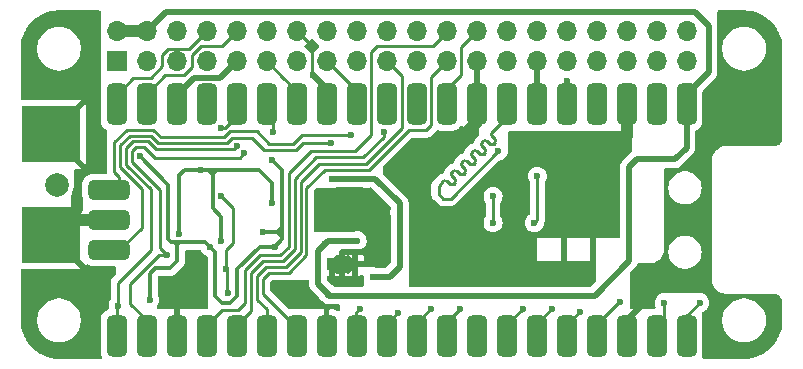
<source format=gbr>
%TF.GenerationSoftware,KiCad,Pcbnew,8.0.3-8.0.3-0~ubuntu22.04.1*%
%TF.CreationDate,2025-01-19T16:51:49+01:00*%
%TF.ProjectId,ADC_pHAT_AFE_ADC10080,4144435f-7048-4415-945f-4146455f4144,rev?*%
%TF.SameCoordinates,PX5cbead0PY5705d50*%
%TF.FileFunction,Copper,L2,Bot*%
%TF.FilePolarity,Positive*%
%FSLAX46Y46*%
G04 Gerber Fmt 4.6, Leading zero omitted, Abs format (unit mm)*
G04 Created by KiCad (PCBNEW 8.0.3-8.0.3-0~ubuntu22.04.1) date 2025-01-19 16:51:49*
%MOMM*%
%LPD*%
G01*
G04 APERTURE LIST*
G04 Aperture macros list*
%AMRoundRect*
0 Rectangle with rounded corners*
0 $1 Rounding radius*
0 $2 $3 $4 $5 $6 $7 $8 $9 X,Y pos of 4 corners*
0 Add a 4 corners polygon primitive as box body*
4,1,4,$2,$3,$4,$5,$6,$7,$8,$9,$2,$3,0*
0 Add four circle primitives for the rounded corners*
1,1,$1+$1,$2,$3*
1,1,$1+$1,$4,$5*
1,1,$1+$1,$6,$7*
1,1,$1+$1,$8,$9*
0 Add four rect primitives between the rounded corners*
20,1,$1+$1,$2,$3,$4,$5,0*
20,1,$1+$1,$4,$5,$6,$7,0*
20,1,$1+$1,$6,$7,$8,$9,0*
20,1,$1+$1,$8,$9,$2,$3,0*%
G04 Aperture macros list end*
%TA.AperFunction,ComponentPad*%
%ADD10C,0.600000*%
%TD*%
%TA.AperFunction,SMDPad,CuDef*%
%ADD11R,2.650000X1.000000*%
%TD*%
%TA.AperFunction,ComponentPad*%
%ADD12C,2.000000*%
%TD*%
%TA.AperFunction,SMDPad,CuDef*%
%ADD13R,4.900000X4.800000*%
%TD*%
%TA.AperFunction,ComponentPad*%
%ADD14R,1.700000X1.700000*%
%TD*%
%TA.AperFunction,ComponentPad*%
%ADD15O,1.700000X1.700000*%
%TD*%
%TA.AperFunction,SMDPad,CuDef*%
%ADD16RoundRect,0.425000X0.425000X-1.325000X0.425000X1.325000X-0.425000X1.325000X-0.425000X-1.325000X0*%
%TD*%
%TA.AperFunction,SMDPad,CuDef*%
%ADD17RoundRect,0.425000X-1.325000X-0.425000X1.325000X-0.425000X1.325000X0.425000X-1.325000X0.425000X0*%
%TD*%
%TA.AperFunction,ViaPad*%
%ADD18C,0.600000*%
%TD*%
%TA.AperFunction,Conductor*%
%ADD19C,0.250000*%
%TD*%
%TA.AperFunction,Conductor*%
%ADD20C,0.500000*%
%TD*%
%TA.AperFunction,Conductor*%
%ADD21C,0.300000*%
%TD*%
%TA.AperFunction,Conductor*%
%ADD22C,1.000000*%
%TD*%
G04 APERTURE END LIST*
D10*
%TO.P,U3,13,PAD*%
%TO.N,GNDA*%
X26500000Y8250000D03*
X27500000Y8250000D03*
D11*
X27500000Y8250000D03*
D10*
X28500000Y8250000D03*
%TD*%
D12*
%TO.P,REF\u002A\u002A,1*%
%TO.N,Net-(J1-Pin_2)*%
X3300000Y15000000D03*
%TD*%
D13*
%TO.P,J3,2,Ext*%
%TO.N,GNDA*%
X2825000Y19250000D03*
X2825000Y10750000D03*
%TD*%
D14*
%TO.P,J2,1,Pin_1*%
%TO.N,+3.3VP*%
X8400000Y25460000D03*
D15*
%TO.P,J2,2,Pin_2*%
%TO.N,+5V*%
X8400000Y28000000D03*
%TO.P,J2,3,Pin_3*%
%TO.N,SDA*%
X10940000Y25460000D03*
%TO.P,J2,4,Pin_4*%
%TO.N,+5V*%
X10940000Y28000000D03*
%TO.P,J2,5,Pin_5*%
%TO.N,SCL*%
X13480000Y25460000D03*
%TO.P,J2,6,Pin_6*%
%TO.N,GNDA*%
X13480000Y28000000D03*
%TO.P,J2,7,Pin_7*%
%TO.N,SEL0*%
X16020000Y25460000D03*
%TO.P,J2,8,Pin_8*%
%TO.N,TX*%
X16020000Y28000000D03*
%TO.P,J2,9,Pin_9*%
%TO.N,GNDA*%
X18560000Y25460000D03*
%TO.P,J2,10,Pin_10*%
%TO.N,RX*%
X18560000Y28000000D03*
%TO.P,J2,11,Pin_11*%
%TO.N,GPIO21*%
X21100000Y25460000D03*
%TO.P,J2,12,Pin_12*%
%TO.N,SEL1*%
X21100000Y28000000D03*
%TO.P,J2,13,Pin_13*%
%TO.N,A00*%
X23640000Y25460000D03*
%TO.P,J2,14,Pin_14*%
%TO.N,GNDA*%
X23640000Y28000000D03*
%TO.P,J2,15,Pin_15*%
%TO.N,GPIO22*%
X26180000Y25460000D03*
%TO.P,J2,16,Pin_16*%
%TO.N,unconnected-(J2-Pin_16-Pad16)*%
X26180000Y28000000D03*
%TO.P,J2,17,Pin_17*%
%TO.N,unconnected-(J2-Pin_17-Pad17)*%
X28720000Y25460000D03*
%TO.P,J2,18,Pin_18*%
%TO.N,unconnected-(J2-Pin_18-Pad18)*%
X28720000Y28000000D03*
%TO.P,J2,19,Pin_19*%
%TO.N,SPI_MO*%
X31260000Y25460000D03*
%TO.P,J2,20,Pin_20*%
%TO.N,GNDA*%
X31260000Y28000000D03*
%TO.P,J2,21,Pin_21*%
%TO.N,SPI_MI*%
X33800000Y25460000D03*
%TO.P,J2,22,Pin_22*%
%TO.N,unconnected-(J2-Pin_22-Pad22)*%
X33800000Y28000000D03*
%TO.P,J2,23,Pin_23*%
%TO.N,SPI_CLK*%
X36340000Y25460000D03*
%TO.P,J2,24,Pin_24*%
%TO.N,SPI_CS*%
X36340000Y28000000D03*
%TO.P,J2,25,Pin_25*%
%TO.N,GNDA*%
X38880000Y25460000D03*
%TO.P,J2,26,Pin_26*%
%TO.N,GPIO27_ADC1*%
X38880000Y28000000D03*
%TO.P,J2,27,Pin_27*%
%TO.N,unconnected-(J2-Pin_27-Pad27)*%
X41420000Y25460000D03*
%TO.P,J2,28,Pin_28*%
%TO.N,unconnected-(J2-Pin_28-Pad28)*%
X41420000Y28000000D03*
%TO.P,J2,29,Pin_29*%
%TO.N,ADC_VREF*%
X43960000Y25460000D03*
%TO.P,J2,30,Pin_30*%
%TO.N,GNDA*%
X43960000Y28000000D03*
%TO.P,J2,31,Pin_31*%
%TO.N,GPIO26_ADC0*%
X46500000Y25460000D03*
%TO.P,J2,32,Pin_32*%
%TO.N,GPIO24*%
X46500000Y28000000D03*
%TO.P,J2,33,Pin_33*%
%TO.N,GPIO28_ADC2*%
X49040000Y25460000D03*
%TO.P,J2,34,Pin_34*%
%TO.N,GNDA*%
X49040000Y28000000D03*
%TO.P,J2,35,Pin_35*%
%TO.N,unconnected-(J2-Pin_35-Pad35)*%
X51580000Y25460000D03*
%TO.P,J2,36,Pin_36*%
%TO.N,GPIO25*%
X51580000Y28000000D03*
%TO.P,J2,37,Pin_37*%
%TO.N,unconnected-(J2-Pin_37-Pad37)*%
X54120000Y25460000D03*
%TO.P,J2,38,Pin_38*%
%TO.N,GNDA*%
X54120000Y28000000D03*
%TO.P,J2,39,Pin_39*%
X56660000Y25460000D03*
%TO.P,J2,40,Pin_40*%
%TO.N,unconnected-(J2-Pin_40-Pad40)*%
X56660000Y28000000D03*
%TD*%
D16*
%TO.P,U1,1,GPIO0*%
%TO.N,GPIO0*%
X56630000Y2210000D03*
%TO.P,U1,2,GPIO1*%
%TO.N,GPIO1*%
X54090000Y2210000D03*
%TO.P,U1,3,GND*%
%TO.N,GNDA*%
X51550000Y2210000D03*
%TO.P,U1,4,GPIO2*%
%TO.N,GPIO2*%
X49010000Y2210000D03*
%TO.P,U1,5,GPIO3*%
%TO.N,GPIO3*%
X46470000Y2210000D03*
%TO.P,U1,6,GPIO4*%
%TO.N,GPIO4*%
X43930000Y2210000D03*
%TO.P,U1,7,GPIO5*%
%TO.N,GPIO5*%
X41390000Y2210000D03*
%TO.P,U1,8,GND*%
%TO.N,GNDA*%
X38850000Y2210000D03*
%TO.P,U1,9,GPIO6*%
%TO.N,GPIO6*%
X36310000Y2210000D03*
%TO.P,U1,10,GPIO7*%
%TO.N,GPIO7*%
X33770000Y2210000D03*
%TO.P,U1,11,GPIO8*%
%TO.N,GPIO8*%
X31230000Y2210000D03*
%TO.P,U1,12,GPIO9*%
%TO.N,GPIO9*%
X28690000Y2210000D03*
%TO.P,U1,13,GND*%
%TO.N,GNDA*%
X26150000Y2210000D03*
%TO.P,U1,14,GPIO10*%
%TO.N,SPI_CLK*%
X23610000Y2210000D03*
%TO.P,U1,15,GPIO11*%
%TO.N,SPI_MO*%
X21070000Y2210000D03*
%TO.P,U1,16,GPIO12*%
%TO.N,SPI_MI*%
X18530000Y2210000D03*
%TO.P,U1,17,GPIO13*%
%TO.N,SPI_CS*%
X15990000Y2210000D03*
%TO.P,U1,18,GND*%
%TO.N,GNDA*%
X13450000Y2210000D03*
%TO.P,U1,19,GPIO14*%
%TO.N,SEL1*%
X10910000Y2210000D03*
%TO.P,U1,20,GPIO15*%
%TO.N,SEL0*%
X8370000Y2210000D03*
%TO.P,U1,21,GPIO16*%
%TO.N,TX*%
X8370000Y21790000D03*
%TO.P,U1,22,GPIO17*%
%TO.N,RX*%
X10910000Y21790000D03*
%TO.P,U1,23,GND*%
%TO.N,GNDA*%
X13450000Y21790000D03*
%TO.P,U1,24,GPIO18*%
%TO.N,SDA*%
X15990000Y21790000D03*
%TO.P,U1,25,GPIO19*%
%TO.N,SCL*%
X18530000Y21790000D03*
%TO.P,U1,26,GPIO20*%
%TO.N,A00*%
X21070000Y21790000D03*
%TO.P,U1,27,GPIO21*%
%TO.N,GPIO21*%
X23610000Y21790000D03*
%TO.P,U1,28,GND*%
%TO.N,GNDA*%
X26150000Y21790000D03*
%TO.P,U1,29,GPIO22*%
%TO.N,GPIO22*%
X28690000Y21790000D03*
%TO.P,U1,30,RUN*%
%TO.N,unconnected-(U1-RUN-Pad30)*%
X31230000Y21790000D03*
%TO.P,U1,31,GPIO26_ADC0*%
%TO.N,GPIO26_ADC0*%
X33770000Y21790000D03*
%TO.P,U1,32,GPIO27_ADC1*%
%TO.N,GPIO27_ADC1*%
X36310000Y21790000D03*
%TO.P,U1,33,AGND*%
%TO.N,GNDA*%
X38850000Y21790000D03*
%TO.P,U1,34,GPIO28_ADC2*%
%TO.N,ADC_CLK*%
X41390000Y21790000D03*
%TO.P,U1,35,ADC_VREF*%
%TO.N,ADC_VREF*%
X43930000Y21790000D03*
%TO.P,U1,36,3V3*%
%TO.N,+3.3V*%
X46470000Y21790000D03*
%TO.P,U1,37,3V3_EN*%
%TO.N,unconnected-(U1-3V3_EN-Pad37)*%
X49010000Y21790000D03*
%TO.P,U1,38,GND*%
%TO.N,GNDA*%
X51550000Y21790000D03*
%TO.P,U1,39,VSYS*%
%TO.N,unconnected-(U1-VSYS-Pad39)*%
X54090000Y21790000D03*
%TO.P,U1,40,VBUS*%
%TO.N,+5V*%
X56630000Y21790000D03*
D17*
%TO.P,U1,41,SWCLK*%
%TO.N,GPIO25*%
X7700000Y9460000D03*
%TO.P,U1,42,GND*%
%TO.N,GNDA*%
X7700000Y12000000D03*
%TO.P,U1,43,SWDIO*%
%TO.N,GPIO24*%
X7700000Y14540000D03*
%TD*%
D18*
%TO.N,SDA*%
X16000000Y20900000D03*
%TO.N,+3.3V*%
X46500000Y23750000D03*
%TO.N,SCL*%
X18000000Y22250000D03*
X17200000Y19800000D03*
%TO.N,+3.3VA*%
X20750000Y11000000D03*
X11200000Y5200000D03*
X21750000Y9750000D03*
X10375000Y17375000D03*
X16250000Y9750000D03*
X21550000Y17100000D03*
%TO.N,+5V*%
X26250000Y5750000D03*
X26000000Y10000000D03*
X28750000Y10250000D03*
%TO.N,-3V3*%
X26650000Y15500000D03*
X30100000Y7200000D03*
X29500000Y15500000D03*
X17250000Y10250000D03*
X15500000Y16250000D03*
X21550000Y13400000D03*
X13700000Y10800000D03*
X32350000Y12650000D03*
%TO.N,GNDA*%
X33500000Y9750000D03*
X34550000Y14200000D03*
X33500000Y8500000D03*
X6250000Y21000000D03*
X6250000Y7250000D03*
X51100000Y22550000D03*
X4750000Y7250000D03*
X4750000Y22500000D03*
X37250000Y11500000D03*
X38750000Y10250000D03*
X13250000Y5750000D03*
X45650000Y13900000D03*
X46600000Y11050000D03*
X33500000Y12250000D03*
X34750000Y8500000D03*
X51100000Y17500000D03*
X38750000Y11750000D03*
X52050000Y22550000D03*
X35500000Y10250000D03*
X58350000Y600000D03*
X6250000Y18500000D03*
X12650000Y4900000D03*
X59050000Y5400000D03*
X33750000Y18500000D03*
X7550000Y7750000D03*
X38750000Y1000000D03*
X58400000Y16450000D03*
X3250000Y22500000D03*
X7250000Y4750000D03*
X44950000Y12850000D03*
X6250000Y17250000D03*
X44900000Y11050000D03*
X13450000Y4650000D03*
X2000000Y22500000D03*
X34500000Y11250000D03*
X31000000Y11150000D03*
X26250000Y4650000D03*
X29800000Y11150000D03*
X15800000Y4800000D03*
X39000000Y7675000D03*
X49750000Y17500000D03*
X14500000Y9100000D03*
X45550000Y17950000D03*
X3250000Y7250000D03*
X40000000Y15500000D03*
X25000000Y24250000D03*
X32750000Y17000000D03*
X59250000Y22750000D03*
X29800000Y12450000D03*
X46000000Y7500000D03*
X21900000Y6100000D03*
X47750000Y7500000D03*
X32750000Y15250000D03*
X6250000Y22500000D03*
X38000000Y8250000D03*
X750000Y7250000D03*
X36750000Y9000000D03*
X59550000Y29450000D03*
X36000000Y12750000D03*
X2000000Y7250000D03*
X6250000Y19750000D03*
X55050000Y16100000D03*
X750000Y22500000D03*
%TO.N,GPIO26_ADC0*%
X33770000Y20890000D03*
%TO.N,ADC_CLK*%
X40695000Y17840000D03*
%TO.N,GPIO2*%
X51020000Y5015000D03*
%TO.N,GPIO7*%
X34995000Y4490000D03*
%TO.N,GPIO5*%
X42745000Y4490000D03*
%TO.N,GPIO3*%
X47620000Y4240000D03*
%TO.N,GPIO1*%
X54745000Y4990000D03*
%TO.N,GPIO6*%
X37495000Y4490000D03*
%TO.N,GPIO0*%
X57745000Y4990000D03*
%TO.N,GPIO4*%
X45245000Y4490000D03*
%TO.N,GPIO25*%
X26500000Y18500000D03*
%TO.N,SPI_MI*%
X31000000Y19450000D03*
%TO.N,GPIO24*%
X28250000Y19200000D03*
%TO.N,SEL1*%
X12650000Y9000000D03*
X19200000Y17650000D03*
%TO.N,SEL0*%
X18550000Y18250000D03*
X8500000Y4750000D03*
%TO.N,Net-(U4-S1)*%
X17800000Y5850000D03*
X17650000Y7850000D03*
X17250000Y14000000D03*
%TO.N,A00*%
X21070000Y23250000D03*
X21625000Y19475000D03*
%TO.N,Net-(IC1-IRS)*%
X43750000Y11750000D03*
X44000000Y15700000D03*
%TO.N,Net-(IC1-VCOM)*%
X40250000Y11750000D03*
X40250000Y14000000D03*
%TO.N,GPIO9*%
X28995000Y4490000D03*
%TO.N,GPIO8*%
X32195000Y4140000D03*
%TD*%
D19*
%TO.N,SDA*%
X16000000Y20900000D02*
X15990000Y20890000D01*
D20*
%TO.N,+3.3V*%
X46500000Y23750000D02*
X46500000Y20920000D01*
X46500000Y20750000D02*
X46500000Y20860000D01*
X46500000Y20920000D02*
X46470000Y20890000D01*
X46500000Y20860000D02*
X46470000Y20890000D01*
X46500000Y20325000D02*
X46500000Y20750000D01*
D19*
%TO.N,SCL*%
X18530000Y20780000D02*
X18530000Y20890000D01*
X17200000Y19800000D02*
X17550000Y19800000D01*
X17550000Y19800000D02*
X18530000Y20780000D01*
D21*
%TO.N,+3.3VA*%
X18600000Y7850000D02*
X18600000Y5600000D01*
X13500000Y10100000D02*
X13500000Y9750000D01*
X12750000Y15000000D02*
X10375000Y17375000D01*
X12900000Y7900000D02*
X13500000Y8500000D01*
X22400000Y11400000D02*
X22400000Y11050000D01*
X13500000Y8500000D02*
X13500000Y9750000D01*
X15900000Y10100000D02*
X13750000Y10100000D01*
X22400000Y10400000D02*
X22400000Y10600000D01*
X17300000Y5000000D02*
X16750000Y5550000D01*
X11650000Y7900000D02*
X12900000Y7900000D01*
X22400000Y16250000D02*
X22400000Y11400000D01*
X22000000Y11000000D02*
X22350000Y11000000D01*
X20500000Y9750000D02*
X18600000Y7850000D01*
X16750000Y5550000D02*
X16750000Y9250000D01*
X13000000Y10100000D02*
X12750000Y10350000D01*
X13500000Y9850000D02*
X13250000Y10100000D01*
X18600000Y5600000D02*
X18000000Y5000000D01*
X22400000Y11050000D02*
X22400000Y10600000D01*
X21750000Y9750000D02*
X20500000Y9750000D01*
X22000000Y11000000D02*
X22400000Y11400000D01*
X13250000Y10100000D02*
X13000000Y10100000D01*
X13500000Y9750000D02*
X13500000Y9850000D01*
X13500000Y9850000D02*
X13750000Y10100000D01*
X11200000Y7450000D02*
X11650000Y7900000D01*
X11200000Y5200000D02*
X11200000Y7450000D01*
X13750000Y10100000D02*
X13250000Y10100000D01*
X22350000Y11000000D02*
X22400000Y11050000D01*
X16250000Y9750000D02*
X15900000Y10100000D01*
X22000000Y11000000D02*
X22400000Y10600000D01*
X12750000Y10350000D02*
X12750000Y15000000D01*
X16750000Y9250000D02*
X16250000Y9750000D01*
X20750000Y11000000D02*
X22000000Y11000000D01*
X21550000Y17100000D02*
X22400000Y16250000D01*
X18000000Y5000000D02*
X17300000Y5000000D01*
X21750000Y9750000D02*
X22400000Y10400000D01*
D20*
%TO.N,+5V*%
X56630000Y20890000D02*
X56630000Y22630000D01*
X26250000Y5750000D02*
X26400000Y5600000D01*
X57350000Y29600000D02*
X12540000Y29600000D01*
X58500000Y28450000D02*
X57350000Y29600000D01*
X26400000Y5600000D02*
X48850000Y5600000D01*
D22*
X8400000Y28000000D02*
X10940000Y28000000D01*
D20*
X52400000Y17150000D02*
X55650000Y17150000D01*
X48850000Y5600000D02*
X51750000Y8500000D01*
X51750000Y8500000D02*
X51750000Y16500000D01*
X26000000Y10000000D02*
X26250000Y10250000D01*
X56630000Y22630000D02*
X58500000Y24500000D01*
X58500000Y24500000D02*
X58500000Y28450000D01*
X12540000Y29600000D02*
X10940000Y28000000D01*
X25400000Y6600000D02*
X26250000Y5750000D01*
X25400000Y9400000D02*
X25400000Y6600000D01*
X56630000Y18130000D02*
X56630000Y20890000D01*
X55650000Y17150000D02*
X56630000Y18130000D01*
X26000000Y10000000D02*
X25400000Y9400000D01*
X26250000Y10250000D02*
X28750000Y10250000D01*
X51750000Y16500000D02*
X52400000Y17150000D01*
%TO.N,ADC_VREF*%
X43930000Y20890000D02*
X43930000Y25430000D01*
D19*
X43930000Y25430000D02*
X43960000Y25460000D01*
D21*
%TO.N,-3V3*%
X16500000Y15900000D02*
X16850000Y16250000D01*
D20*
X26650000Y15500000D02*
X29500000Y15500000D01*
X32350000Y8050000D02*
X31500000Y7200000D01*
D21*
X16150000Y16250000D02*
X16000000Y16250000D01*
X13700000Y10800000D02*
X13700000Y15800000D01*
X16850000Y16250000D02*
X17000000Y16250000D01*
X16500000Y15800000D02*
X16500000Y13000000D01*
X16500000Y13000000D02*
X17250000Y12250000D01*
D20*
X32350000Y13400000D02*
X30250000Y15500000D01*
D21*
X21550000Y15150000D02*
X21550000Y13400000D01*
X16500000Y15800000D02*
X16500000Y15900000D01*
X16500000Y15900000D02*
X16150000Y16250000D01*
X16500000Y16250000D02*
X16500000Y15800000D01*
D20*
X30250000Y15500000D02*
X29500000Y15500000D01*
D21*
X15500000Y16250000D02*
X16000000Y16250000D01*
X14150000Y16250000D02*
X15500000Y16250000D01*
X20450000Y16250000D02*
X21550000Y15150000D01*
D20*
X32350000Y12650000D02*
X32350000Y8050000D01*
D21*
X17000000Y16250000D02*
X20450000Y16250000D01*
X17250000Y12250000D02*
X17250000Y10250000D01*
X13700000Y15800000D02*
X14150000Y16250000D01*
D20*
X32350000Y12650000D02*
X32350000Y13400000D01*
D21*
X16750000Y16250000D02*
X17000000Y16250000D01*
D20*
X31500000Y7200000D02*
X30100000Y7200000D01*
D21*
X16000000Y16250000D02*
X16750000Y16250000D01*
D20*
%TO.N,GNDA*%
X13450000Y22600000D02*
X14900000Y24050000D01*
X28550000Y7650000D02*
X28550000Y9250000D01*
X38880000Y20920000D02*
X38850000Y20890000D01*
X38850000Y20890000D02*
X38850000Y20300000D01*
D22*
X5000000Y12925000D02*
X2825000Y10750000D01*
D20*
X51550000Y3550000D02*
X53500000Y5500000D01*
X28550000Y6700000D02*
X28550000Y8300000D01*
D22*
X51550000Y20890000D02*
X51550000Y19150000D01*
D20*
X38880000Y25460000D02*
X38880000Y20920000D01*
D19*
X24900000Y24350000D02*
X24900000Y26740000D01*
D20*
X27500000Y9250000D02*
X29500000Y9250000D01*
X26150000Y3110000D02*
X26150000Y3650000D01*
X26650000Y6800000D02*
X26650000Y8400000D01*
X14900000Y24050000D02*
X17150000Y24050000D01*
X26150000Y23100000D02*
X25000000Y24250000D01*
D19*
X25000000Y24250000D02*
X24900000Y24350000D01*
D20*
X17150000Y24050000D02*
X18560000Y25460000D01*
D22*
X8600000Y12000000D02*
X4075000Y12000000D01*
D20*
X13450000Y3110000D02*
X13450000Y4650000D01*
X13450000Y20890000D02*
X13450000Y22600000D01*
D22*
X5000000Y13762500D02*
X5000000Y12925000D01*
D20*
X26150000Y20890000D02*
X26150000Y23100000D01*
X4075000Y12000000D02*
X2825000Y10750000D01*
D22*
X37100000Y18550000D02*
X37050000Y18550000D01*
D19*
X24900000Y26740000D02*
X23640000Y28000000D01*
D22*
X38850000Y20300000D02*
X37100000Y18550000D01*
D20*
X51550000Y3110000D02*
X51550000Y3550000D01*
X29500000Y9250000D02*
X29700000Y9450000D01*
D19*
%TO.N,SPI_CLK*%
X22950000Y7550000D02*
X24450000Y9050000D01*
X23390000Y3110000D02*
X20750000Y5750000D01*
X35000000Y24120000D02*
X36340000Y25460000D01*
X24450000Y14700000D02*
X26000000Y16250000D01*
X33100000Y19600000D02*
X34600000Y19600000D01*
X20750000Y7000000D02*
X21300000Y7550000D01*
X29750000Y16250000D02*
X33100000Y19600000D01*
X21300000Y7550000D02*
X22950000Y7550000D01*
X26000000Y16250000D02*
X29750000Y16250000D01*
X34600000Y19600000D02*
X35000000Y20000000D01*
X20750000Y5750000D02*
X20750000Y7000000D01*
X23610000Y3110000D02*
X23390000Y3110000D01*
X24450000Y9050000D02*
X24450000Y14700000D01*
X35000000Y20000000D02*
X35000000Y24120000D01*
%TO.N,TX*%
X12250000Y26000000D02*
X12750000Y26500000D01*
X12250000Y25000000D02*
X12250000Y26000000D01*
X8370000Y20890000D02*
X8370000Y22620000D01*
X8370000Y22620000D02*
X9750000Y24000000D01*
X14520000Y26500000D02*
X16020000Y28000000D01*
X12750000Y26500000D02*
X14520000Y26500000D01*
X9750000Y24000000D02*
X11250000Y24000000D01*
X11250000Y24000000D02*
X12250000Y25000000D01*
%TO.N,GPIO27_ADC1*%
X37500000Y26620000D02*
X38880000Y28000000D01*
X36310000Y20890000D02*
X36310000Y23060000D01*
X36310000Y23060000D02*
X37500000Y24250000D01*
X37500000Y24250000D02*
X37500000Y26620000D01*
%TO.N,ADC_CLK*%
X37417683Y15888194D02*
X37200146Y16105731D01*
X40170000Y19075588D02*
X40387488Y18858100D01*
X36569178Y15039640D02*
X36351617Y15257201D01*
X39538982Y17670133D02*
X39454130Y17585280D01*
X37624411Y16869410D02*
X37624410Y16869410D01*
X37841947Y15973048D02*
X37757095Y15888195D01*
X40170000Y19075588D02*
X40387488Y18858100D01*
X38266200Y16736737D02*
X38048676Y16954261D01*
X36860736Y16105732D02*
X36775881Y16020880D01*
X38472940Y17378528D02*
X38690465Y17161003D01*
X39963223Y18433834D02*
X39745736Y18651321D01*
X41385000Y20630000D02*
X40170000Y19415000D01*
X39114718Y17585279D02*
X38897206Y17802791D01*
X36775880Y15681468D02*
X36993442Y15463906D01*
X35645000Y14215000D02*
X36045000Y13815000D01*
X40387487Y18518688D02*
X40302635Y18433835D01*
X36670000Y13815000D02*
X40695000Y17840000D01*
X41500000Y21000000D02*
X41500000Y22750000D01*
X38690464Y16821591D02*
X38605612Y16736738D01*
X39114718Y17585279D02*
X38897206Y17802791D01*
X35927351Y15172350D02*
X35832500Y15077500D01*
X36993442Y15124494D02*
X36908588Y15039639D01*
X39321471Y18566470D02*
X39321470Y18566470D01*
X37624410Y16529998D02*
X37841948Y16312460D01*
X37709266Y16954262D02*
X37624411Y16869410D01*
X41420000Y20920000D02*
X41390000Y20890000D01*
X39406326Y18651322D02*
X39321471Y18566470D01*
X36012205Y15257201D02*
X35927351Y15172350D01*
X38472941Y17717940D02*
X38472940Y17717940D01*
X36045000Y13815000D02*
X36670000Y13815000D01*
X36775881Y16020880D02*
X36775880Y16020880D01*
X36775881Y16020880D02*
X36775880Y16020880D01*
X35832500Y15077500D02*
X35645000Y14890000D01*
X39321471Y18566470D02*
X39321470Y18566470D01*
X41385000Y20880000D02*
X41385000Y20630000D01*
X35645000Y14890000D02*
X35645000Y14215000D01*
X39321470Y18227058D02*
X39538983Y18009545D01*
X38557796Y17802792D02*
X38472941Y17717940D01*
X39321470Y18566470D02*
G75*
G03*
X39321506Y18227094I169730J-169670D01*
G01*
X38897206Y17802791D02*
G75*
G03*
X38557795Y17802793I-169706J-169691D01*
G01*
X39745736Y18651321D02*
G75*
G03*
X39406296Y18651353I-169736J-169721D01*
G01*
X38605612Y16736738D02*
G75*
G02*
X38266194Y16736731I-169712J169662D01*
G01*
X36993442Y15463906D02*
G75*
G02*
X36993442Y15124494I-169742J-169706D01*
G01*
X39538983Y18009545D02*
G75*
G02*
X39539022Y17670093I-169683J-169745D01*
G01*
X36775880Y16020880D02*
G75*
G03*
X36775906Y15681494I169720J-169680D01*
G01*
X37624410Y16869410D02*
G75*
G03*
X37624406Y16529994I169690J-169710D01*
G01*
X38690465Y17161003D02*
G75*
G02*
X38690461Y16821594I-169665J-169703D01*
G01*
X36908588Y15039639D02*
G75*
G02*
X36569195Y15039656I-169688J169661D01*
G01*
X38048676Y16954261D02*
G75*
G03*
X37709296Y16954233I-169676J-169661D01*
G01*
X37757095Y15888195D02*
G75*
G02*
X37417695Y15888205I-169695J169705D01*
G01*
X40170000Y19415000D02*
G75*
G03*
X40170006Y19075594I169700J-169700D01*
G01*
X37841948Y16312460D02*
G75*
G02*
X37841902Y15973093I-169748J-169660D01*
G01*
X40387488Y18858100D02*
G75*
G02*
X40387482Y18518694I-169688J-169700D01*
G01*
X36351617Y15257201D02*
G75*
G03*
X36012205Y15257201I-169706J-169708D01*
G01*
X39454130Y17585280D02*
G75*
G02*
X39114695Y17585255I-169730J169720D01*
G01*
X40302635Y18433835D02*
G75*
G02*
X39963194Y18433805I-169735J169665D01*
G01*
X37200146Y16105731D02*
G75*
G03*
X36860696Y16105773I-169746J-169731D01*
G01*
X38472940Y17717940D02*
G75*
G03*
X38472906Y17378494I169660J-169740D01*
G01*
%TO.N,GPIO2*%
X51020000Y5015000D02*
X50920000Y5015000D01*
X50920000Y5015000D02*
X49005000Y3100000D01*
%TO.N,GPIO7*%
X34995000Y4490000D02*
X33765000Y3260000D01*
X33765000Y3260000D02*
X33765000Y3100000D01*
%TO.N,GPIO5*%
X42745000Y4490000D02*
X42745000Y4460000D01*
X42745000Y4460000D02*
X41385000Y3100000D01*
%TO.N,GPIO3*%
X47620000Y4240000D02*
X47605000Y4240000D01*
X47605000Y4240000D02*
X46465000Y3100000D01*
%TO.N,GPIO1*%
X54745000Y3760000D02*
X54085000Y3100000D01*
X54745000Y4990000D02*
X54745000Y3760000D01*
%TO.N,GPIO6*%
X36305000Y3300000D02*
X36305000Y3100000D01*
X37495000Y4490000D02*
X36305000Y3300000D01*
%TO.N,GPIO0*%
X57745000Y4990000D02*
X56625000Y3870000D01*
X56625000Y3870000D02*
X56625000Y3100000D01*
%TO.N,GPIO4*%
X43925000Y3170000D02*
X43925000Y3100000D01*
X45245000Y4490000D02*
X43925000Y3170000D01*
%TO.N,GPIO25*%
X19850000Y18900000D02*
X20850000Y17900000D01*
X23600000Y17900000D02*
X24200000Y18500000D01*
X20850000Y17900000D02*
X23600000Y17900000D01*
X11907106Y18500000D02*
X17750000Y18500000D01*
X9500000Y19150000D02*
X11257106Y19150000D01*
X8700000Y16450000D02*
X8700000Y18350000D01*
X8600000Y9460000D02*
X10500000Y11360000D01*
X11257106Y19150000D02*
X11907106Y18500000D01*
X24200000Y18500000D02*
X26500000Y18500000D01*
X8700000Y18350000D02*
X9500000Y19150000D01*
X17750000Y18500000D02*
X18150000Y18900000D01*
X10500000Y11360000D02*
X10500000Y14650000D01*
X10500000Y14650000D02*
X8700000Y16450000D01*
X18150000Y18900000D02*
X19850000Y18900000D01*
%TO.N,RX*%
X10910000Y20890000D02*
X10910000Y22660000D01*
X14750000Y24950000D02*
X14750000Y26000000D01*
X12500000Y24250000D02*
X14050000Y24250000D01*
X14750000Y26000000D02*
X15500000Y26750000D01*
X14050000Y24250000D02*
X14750000Y24950000D01*
X10910000Y22660000D02*
X12500000Y24250000D01*
X17310000Y26750000D02*
X18560000Y28000000D01*
X15500000Y26750000D02*
X17310000Y26750000D01*
%TO.N,SPI_CS*%
X36340000Y28000000D02*
X36340000Y27890000D01*
X36340000Y27890000D02*
X35150000Y26700000D01*
X22250000Y9050000D02*
X22950000Y9750000D01*
X29950000Y26250000D02*
X29950000Y23700000D01*
X15990000Y3110000D02*
X16010000Y3110000D01*
X24800000Y17800000D02*
X28550000Y17800000D01*
X22950000Y9750000D02*
X22950000Y15950000D01*
X19250000Y5000000D02*
X19250000Y7750000D01*
X16010000Y3110000D02*
X17300000Y4400000D01*
X35150000Y26700000D02*
X30400000Y26700000D01*
X20550000Y9050000D02*
X22250000Y9050000D01*
X17300000Y4400000D02*
X18650000Y4400000D01*
X30400000Y26700000D02*
X29950000Y26250000D01*
X18650000Y4400000D02*
X19250000Y5000000D01*
X28550000Y17800000D02*
X29950000Y19200000D01*
X22950000Y15950000D02*
X24800000Y17800000D01*
X29950000Y19200000D02*
X29950000Y23700000D01*
X19250000Y7750000D02*
X20550000Y9050000D01*
%TO.N,GPIO21*%
X22500000Y24050000D02*
X23610000Y22940000D01*
X23610000Y22940000D02*
X23610000Y20890000D01*
X21100000Y25460000D02*
X22500000Y24060000D01*
X22500000Y24060000D02*
X22500000Y24050000D01*
%TO.N,SPI_MO*%
X21070000Y3110000D02*
X21070000Y4430000D01*
X23950000Y15200000D02*
X25500000Y16750000D01*
X20250000Y5250000D02*
X20250000Y7250000D01*
X20250000Y7250000D02*
X21050000Y8050000D01*
X25500000Y16750000D02*
X29500000Y16750000D01*
X23950000Y9300000D02*
X23950000Y15200000D01*
X22700000Y8050000D02*
X23950000Y9300000D01*
X21070000Y4430000D02*
X20250000Y5250000D01*
X32500000Y19750000D02*
X32500000Y24220000D01*
X21050000Y8050000D02*
X22700000Y8050000D01*
X29500000Y16750000D02*
X32500000Y19750000D01*
X32500000Y24220000D02*
X31260000Y25460000D01*
%TO.N,SPI_MI*%
X20800000Y8550000D02*
X19750000Y7500000D01*
X31000000Y19450000D02*
X31000000Y19050000D01*
X22457107Y8550000D02*
X20800000Y8550000D01*
X31000000Y19050000D02*
X29250000Y17300000D01*
X29250000Y17300000D02*
X25300000Y17300000D01*
X23450000Y15450000D02*
X23450000Y9542893D01*
X19750000Y7500000D02*
X19750000Y4330000D01*
X23450000Y9542893D02*
X22457107Y8550000D01*
X19750000Y4330000D02*
X18530000Y3110000D01*
X25300000Y17300000D02*
X23450000Y15450000D01*
%TO.N,GPIO22*%
X26180000Y25460000D02*
X28690000Y22950000D01*
X28690000Y22950000D02*
X28690000Y20890000D01*
%TO.N,GPIO24*%
X11464212Y19650000D02*
X12114212Y19000000D01*
X8200000Y16050000D02*
X8200000Y18600000D01*
X24100000Y19200000D02*
X28250000Y19200000D01*
X8200000Y18600000D02*
X9250000Y19650000D01*
X18000000Y19500000D02*
X20250000Y19500000D01*
X23350000Y18450000D02*
X24100000Y19200000D01*
X9250000Y19650000D02*
X11464212Y19650000D01*
X21300000Y18450000D02*
X23350000Y18450000D01*
X8600000Y15650000D02*
X8200000Y16050000D01*
X12114212Y19000000D02*
X17500000Y19000000D01*
X20250000Y19500000D02*
X21300000Y18450000D01*
X17500000Y19000000D02*
X18000000Y19500000D01*
X8600000Y14540000D02*
X8600000Y15650000D01*
%TO.N,SEL1*%
X12050000Y9600000D02*
X12050000Y14550000D01*
X9700000Y17850000D02*
X10000000Y18150000D01*
X11600000Y17250000D02*
X18800000Y17250000D01*
X10910000Y3110000D02*
X10910000Y3490000D01*
X10000000Y18150000D02*
X10700000Y18150000D01*
X10700000Y18150000D02*
X11600000Y17250000D01*
X12050000Y14550000D02*
X9700000Y16900000D01*
X12650000Y9000000D02*
X12050000Y9600000D01*
X9700000Y16900000D02*
X9700000Y17850000D01*
X18800000Y17250000D02*
X19200000Y17650000D01*
X9550000Y4850000D02*
X9550000Y6600000D01*
X11950000Y9000000D02*
X12650000Y9000000D01*
X10910000Y3490000D02*
X9550000Y4850000D01*
X9550000Y6600000D02*
X11950000Y9000000D01*
%TO.N,SEL0*%
X11250000Y9450000D02*
X11250000Y14625000D01*
X9200000Y18100000D02*
X9750000Y18650000D01*
X18300000Y18000000D02*
X18550000Y18250000D01*
X8370000Y4620000D02*
X8370000Y3110000D01*
X11700000Y18000000D02*
X18300000Y18000000D01*
X11050000Y18650000D02*
X11700000Y18000000D01*
X11250000Y14625000D02*
X9200000Y16675000D01*
X8500000Y4750000D02*
X8500000Y6700000D01*
X9750000Y18650000D02*
X11050000Y18650000D01*
X8500000Y6700000D02*
X11250000Y9450000D01*
X9200000Y16675000D02*
X9200000Y18100000D01*
X8500000Y4750000D02*
X8370000Y4620000D01*
%TO.N,Net-(U4-S1)*%
X18250000Y13000000D02*
X17250000Y14000000D01*
X17700000Y7800000D02*
X17650000Y7850000D01*
X17650000Y9450000D02*
X18250000Y10050000D01*
X18250000Y10050000D02*
X18250000Y13000000D01*
X17800000Y5850000D02*
X17700000Y5950000D01*
X17700000Y5950000D02*
X17700000Y7800000D01*
X17650000Y7850000D02*
X17650000Y9450000D01*
%TO.N,A00*%
X21625000Y20335000D02*
X21070000Y20890000D01*
X21625000Y19475000D02*
X21625000Y20335000D01*
%TO.N,Net-(IC1-IRS)*%
X44000000Y12000000D02*
X43750000Y11750000D01*
X44000000Y15700000D02*
X44000000Y12000000D01*
%TO.N,Net-(IC1-VCOM)*%
X40250000Y14000000D02*
X40250000Y11750000D01*
%TO.N,GPIO9*%
X28685000Y4180000D02*
X28995000Y4490000D01*
X28685000Y3100000D02*
X28685000Y4180000D01*
%TO.N,GPIO8*%
X32195000Y4140000D02*
X31225000Y3170000D01*
X31225000Y3170000D02*
X31225000Y3100000D01*
%TD*%
%TA.AperFunction,Conductor*%
%TO.N,GNDA*%
G36*
X3045109Y10867596D02*
G01*
X3089456Y10839095D01*
X5746139Y8182412D01*
X5753957Y8184113D01*
X5781510Y8220919D01*
X5846974Y8245337D01*
X5912116Y8232139D01*
X6041504Y8166212D01*
X6229422Y8115859D01*
X6310222Y8109500D01*
X8176000Y8109500D01*
X8243039Y8089815D01*
X8288794Y8037011D01*
X8300000Y7985500D01*
X8300000Y7435953D01*
X8280315Y7368914D01*
X8263681Y7348272D01*
X8014144Y7098736D01*
X8014138Y7098728D01*
X7945690Y6996292D01*
X7945688Y6996287D01*
X7915954Y6924501D01*
X7915954Y6924500D01*
X7898538Y6882455D01*
X7898535Y6882446D01*
X7893693Y6858104D01*
X7893694Y6858103D01*
X7877175Y6775049D01*
X7875009Y6764161D01*
X7875005Y6764145D01*
X7874500Y6761612D01*
X7874500Y5294855D01*
X7855494Y5228883D01*
X7774211Y5099524D01*
X7714631Y4929255D01*
X7714630Y4929250D01*
X7694435Y4750004D01*
X7694435Y4749997D01*
X7714630Y4570754D01*
X7714633Y4570741D01*
X7715068Y4569498D01*
X7715111Y4568647D01*
X7716181Y4563961D01*
X7715359Y4563774D01*
X7718626Y4499719D01*
X7683893Y4439094D01*
X7630120Y4408777D01*
X7611506Y4403790D01*
X7438161Y4315466D01*
X7286968Y4193032D01*
X7164534Y4041839D01*
X7076212Y3868496D01*
X7025858Y3680575D01*
X7019500Y3599784D01*
X7019500Y820217D01*
X7025858Y739426D01*
X7025859Y739424D01*
X7025859Y739422D01*
X7076212Y551504D01*
X7100000Y504818D01*
X7137716Y430795D01*
X7150612Y362125D01*
X7124335Y297385D01*
X7067229Y257128D01*
X7027231Y250500D01*
X3554173Y250500D01*
X3554161Y250501D01*
X3544171Y250501D01*
X3503247Y250501D01*
X3496757Y250671D01*
X3166822Y267963D01*
X3153914Y269320D01*
X2830816Y320493D01*
X2818120Y323191D01*
X2502125Y407862D01*
X2489782Y411873D01*
X2184378Y529106D01*
X2172520Y534385D01*
X1978973Y633002D01*
X1881030Y682907D01*
X1869803Y689389D01*
X1595439Y867563D01*
X1584951Y875183D01*
X1330706Y1081066D01*
X1321062Y1089750D01*
X1089750Y1321062D01*
X1081065Y1330707D01*
X875187Y1584945D01*
X867565Y1595435D01*
X689379Y1869817D01*
X682909Y1881023D01*
X534379Y2172530D01*
X529105Y2184378D01*
X511713Y2229685D01*
X411872Y2489783D01*
X407861Y2502125D01*
X360254Y2679795D01*
X323188Y2818126D01*
X320492Y2830816D01*
X308917Y2903896D01*
X269319Y3153915D01*
X267962Y3166822D01*
X250671Y3496757D01*
X250501Y3503247D01*
X250501Y3554159D01*
X250500Y3554173D01*
X250500Y3621289D01*
X1649500Y3621289D01*
X1649500Y3378712D01*
X1681161Y3138215D01*
X1743947Y2903896D01*
X1779477Y2818120D01*
X1836776Y2679788D01*
X1958064Y2469711D01*
X1958066Y2469708D01*
X1958067Y2469707D01*
X2105733Y2277264D01*
X2105739Y2277257D01*
X2277256Y2105740D01*
X2277262Y2105735D01*
X2469711Y1958064D01*
X2679788Y1836776D01*
X2903900Y1743946D01*
X3138211Y1681162D01*
X3318586Y1657416D01*
X3378711Y1649500D01*
X3378712Y1649500D01*
X3621289Y1649500D01*
X3669388Y1655833D01*
X3861789Y1681162D01*
X4096100Y1743946D01*
X4320212Y1836776D01*
X4530289Y1958064D01*
X4722738Y2105735D01*
X4894265Y2277262D01*
X5041936Y2469711D01*
X5163224Y2679788D01*
X5256054Y2903900D01*
X5318838Y3138211D01*
X5350500Y3378712D01*
X5350500Y3621288D01*
X5318838Y3861789D01*
X5256054Y4096100D01*
X5163224Y4320212D01*
X5041936Y4530289D01*
X4946086Y4655203D01*
X4894266Y4722737D01*
X4894260Y4722744D01*
X4722743Y4894261D01*
X4722736Y4894267D01*
X4530293Y5041933D01*
X4530292Y5041934D01*
X4530289Y5041936D01*
X4349664Y5146220D01*
X4320214Y5163223D01*
X4320205Y5163227D01*
X4096104Y5256053D01*
X3861785Y5318839D01*
X3621289Y5350500D01*
X3621288Y5350500D01*
X3378712Y5350500D01*
X3378711Y5350500D01*
X3138214Y5318839D01*
X2903895Y5256053D01*
X2679794Y5163227D01*
X2679785Y5163223D01*
X2469706Y5041933D01*
X2277263Y4894267D01*
X2277256Y4894261D01*
X2105739Y4722744D01*
X2105733Y4722737D01*
X1958067Y4530294D01*
X1836777Y4320215D01*
X1836773Y4320206D01*
X1743947Y4096105D01*
X1681161Y3861786D01*
X1649500Y3621289D01*
X250500Y3621289D01*
X250500Y7726000D01*
X270185Y7793039D01*
X322989Y7838794D01*
X374500Y7850000D01*
X5322819Y7850000D01*
X5322819Y7850001D01*
X5366728Y7854721D01*
X2735905Y10485544D01*
X2702420Y10546867D01*
X2707404Y10616559D01*
X2735905Y10660906D01*
X2914094Y10839095D01*
X2975417Y10872580D01*
X3045109Y10867596D01*
G37*
%TD.AperFunction*%
%TA.AperFunction,Conductor*%
G36*
X61445839Y29749499D02*
G01*
X61455829Y29749499D01*
X61496753Y29749499D01*
X61503242Y29749330D01*
X61833177Y29732038D01*
X61846085Y29730681D01*
X62169190Y29679507D01*
X62181873Y29676812D01*
X62497880Y29592138D01*
X62510218Y29588128D01*
X62815626Y29470893D01*
X62827469Y29465621D01*
X63118976Y29317091D01*
X63130190Y29310616D01*
X63404564Y29132435D01*
X63415045Y29124820D01*
X63644482Y28939027D01*
X63669292Y28918936D01*
X63678937Y28910251D01*
X63910249Y28678939D01*
X63918934Y28669294D01*
X64124812Y28415056D01*
X64132437Y28404562D01*
X64310616Y28130190D01*
X64317093Y28118971D01*
X64377712Y28000001D01*
X64465615Y27827481D01*
X64470894Y27815623D01*
X64588127Y27510219D01*
X64592138Y27497876D01*
X64676809Y27181881D01*
X64679507Y27169185D01*
X64730680Y26846087D01*
X64732037Y26833179D01*
X64749329Y26503244D01*
X64749499Y26496754D01*
X64749499Y26441397D01*
X64749500Y26441388D01*
X64749500Y19006093D01*
X64748903Y18993939D01*
X64736296Y18865936D01*
X64731554Y18842094D01*
X64695993Y18724866D01*
X64686690Y18702408D01*
X64628942Y18594370D01*
X64615438Y18574160D01*
X64537725Y18479465D01*
X64520535Y18462275D01*
X64425840Y18384562D01*
X64405630Y18371058D01*
X64297592Y18313310D01*
X64275134Y18304007D01*
X64157906Y18268446D01*
X64134064Y18263704D01*
X64006062Y18251097D01*
X63993908Y18250500D01*
X59901578Y18250500D01*
X59707173Y18219710D01*
X59519970Y18158883D01*
X59344594Y18069524D01*
X59275406Y18019255D01*
X59185354Y17953828D01*
X59185352Y17953826D01*
X59185351Y17953826D01*
X59046174Y17814649D01*
X59046174Y17814648D01*
X59046172Y17814646D01*
X59005913Y17759235D01*
X58930476Y17655406D01*
X58841117Y17480030D01*
X58780290Y17292827D01*
X58749500Y17098423D01*
X58749500Y6901578D01*
X58780290Y6707174D01*
X58841117Y6519971D01*
X58924366Y6356587D01*
X58930476Y6344595D01*
X59046172Y6185354D01*
X59185354Y6046172D01*
X59344595Y5930476D01*
X59427455Y5888257D01*
X59519970Y5841118D01*
X59519972Y5841118D01*
X59519975Y5841116D01*
X59601441Y5814646D01*
X59707173Y5780291D01*
X59901578Y5749500D01*
X59901583Y5749500D01*
X59950172Y5749500D01*
X63955830Y5749500D01*
X63993908Y5749500D01*
X64006061Y5748903D01*
X64016635Y5747862D01*
X64134069Y5736296D01*
X64157897Y5731557D01*
X64275140Y5695992D01*
X64297589Y5686692D01*
X64386633Y5639097D01*
X64405630Y5628943D01*
X64425840Y5615439D01*
X64520535Y5537726D01*
X64537724Y5520537D01*
X64566124Y5485931D01*
X64615438Y5425841D01*
X64628942Y5405631D01*
X64686690Y5297593D01*
X64695992Y5275136D01*
X64728111Y5169255D01*
X64731554Y5157907D01*
X64736296Y5134065D01*
X64744735Y5048379D01*
X64747115Y5024211D01*
X64748903Y5006062D01*
X64749500Y4993908D01*
X64749500Y3554174D01*
X64749499Y3554166D01*
X64749499Y3503248D01*
X64749329Y3496758D01*
X64732037Y3166823D01*
X64730680Y3153915D01*
X64679507Y2830817D01*
X64676809Y2818121D01*
X64592138Y2502126D01*
X64588127Y2489783D01*
X64470894Y2184379D01*
X64465615Y2172521D01*
X64317097Y1881037D01*
X64310607Y1869797D01*
X64132441Y1595446D01*
X64124812Y1584945D01*
X63918935Y1330708D01*
X63910250Y1321063D01*
X63678938Y1089751D01*
X63669293Y1081066D01*
X63415055Y875188D01*
X63404555Y867559D01*
X63130197Y689389D01*
X63118964Y682903D01*
X62827480Y534385D01*
X62815622Y529106D01*
X62510218Y411873D01*
X62497875Y407862D01*
X62181880Y323191D01*
X62169184Y320493D01*
X61846086Y269320D01*
X61833178Y267963D01*
X61503244Y250671D01*
X61496754Y250501D01*
X61445840Y250501D01*
X61445828Y250500D01*
X58074000Y250500D01*
X58006961Y270185D01*
X57961206Y322989D01*
X57950000Y374500D01*
X57950000Y633002D01*
X57954225Y665096D01*
X57974141Y739422D01*
X57980500Y820222D01*
X57980500Y3599778D01*
X57978807Y3621289D01*
X59649500Y3621289D01*
X59649500Y3378712D01*
X59681161Y3138215D01*
X59743947Y2903896D01*
X59779477Y2818120D01*
X59836776Y2679788D01*
X59958064Y2469711D01*
X59958066Y2469708D01*
X59958067Y2469707D01*
X60105733Y2277264D01*
X60105739Y2277257D01*
X60277256Y2105740D01*
X60277262Y2105735D01*
X60469711Y1958064D01*
X60679788Y1836776D01*
X60903900Y1743946D01*
X61138211Y1681162D01*
X61318586Y1657416D01*
X61378711Y1649500D01*
X61378712Y1649500D01*
X61621289Y1649500D01*
X61669388Y1655833D01*
X61861789Y1681162D01*
X62096100Y1743946D01*
X62320212Y1836776D01*
X62530289Y1958064D01*
X62722738Y2105735D01*
X62894265Y2277262D01*
X63041936Y2469711D01*
X63163224Y2679788D01*
X63256054Y2903900D01*
X63318838Y3138211D01*
X63350500Y3378712D01*
X63350500Y3621288D01*
X63318838Y3861789D01*
X63256054Y4096100D01*
X63163224Y4320212D01*
X63041936Y4530289D01*
X62946086Y4655203D01*
X62894266Y4722737D01*
X62894260Y4722744D01*
X62722743Y4894261D01*
X62722736Y4894267D01*
X62530293Y5041933D01*
X62530292Y5041934D01*
X62530289Y5041936D01*
X62349664Y5146220D01*
X62320214Y5163223D01*
X62320205Y5163227D01*
X62096104Y5256053D01*
X61861785Y5318839D01*
X61621289Y5350500D01*
X61621288Y5350500D01*
X61378712Y5350500D01*
X61378711Y5350500D01*
X61138214Y5318839D01*
X60903895Y5256053D01*
X60679794Y5163227D01*
X60679785Y5163223D01*
X60469706Y5041933D01*
X60277263Y4894267D01*
X60277256Y4894261D01*
X60105739Y4722744D01*
X60105733Y4722737D01*
X59958067Y4530294D01*
X59836777Y4320215D01*
X59836773Y4320206D01*
X59743947Y4096105D01*
X59681161Y3861786D01*
X59649500Y3621289D01*
X57978807Y3621289D01*
X57974141Y3680578D01*
X57954225Y3754906D01*
X57950000Y3786999D01*
X57950000Y4125658D01*
X57969685Y4192697D01*
X58022489Y4238452D01*
X58033038Y4242698D01*
X58094522Y4264211D01*
X58247262Y4360184D01*
X58374816Y4487738D01*
X58470789Y4640478D01*
X58530368Y4810745D01*
X58533531Y4838814D01*
X58550565Y4989997D01*
X58550565Y4990004D01*
X58530369Y5169250D01*
X58530368Y5169255D01*
X58504958Y5241873D01*
X58470789Y5339522D01*
X58455386Y5364035D01*
X58374815Y5492263D01*
X58247262Y5619816D01*
X58094523Y5715789D01*
X57924254Y5775369D01*
X57924250Y5775370D01*
X57794895Y5789944D01*
X57770964Y5800000D01*
X57750000Y5800000D01*
X54750000Y5800000D01*
X54687231Y5800000D01*
X54676932Y5792059D01*
X54645835Y5784393D01*
X54565749Y5775370D01*
X54565745Y5775369D01*
X54395476Y5715789D01*
X54242737Y5619816D01*
X54115184Y5492263D01*
X54019211Y5339524D01*
X53959631Y5169255D01*
X53959630Y5169250D01*
X53939435Y4990004D01*
X53939435Y4989997D01*
X53959630Y4810751D01*
X53959631Y4810746D01*
X53990425Y4722744D01*
X54018586Y4642263D01*
X54019213Y4640473D01*
X54020260Y4638298D01*
X54020514Y4636754D01*
X54021511Y4633905D01*
X54021011Y4633731D01*
X54031610Y4569357D01*
X54003886Y4505223D01*
X53945889Y4466259D01*
X53908538Y4460500D01*
X53600216Y4460500D01*
X53519419Y4454141D01*
X53513823Y4453179D01*
X53513778Y4453441D01*
X53487642Y4450000D01*
X52150423Y4450000D01*
X52126185Y4453192D01*
X52126098Y4452682D01*
X52120501Y4453644D01*
X52039743Y4460000D01*
X51974000Y4460000D01*
X51906961Y4479685D01*
X51861206Y4532489D01*
X51850000Y4584000D01*
X51850000Y7487271D01*
X51869685Y7554310D01*
X51886319Y7574952D01*
X52332948Y8021581D01*
X52332947Y8021581D01*
X52332951Y8021584D01*
X52415084Y8144505D01*
X52455089Y8241085D01*
X52468496Y8273453D01*
X52512337Y8327856D01*
X52578631Y8349921D01*
X52583057Y8350000D01*
X53193872Y8350000D01*
X53225964Y8345775D01*
X53240621Y8341849D01*
X53252023Y8338793D01*
X53439787Y8322367D01*
X53469998Y8319723D01*
X53470000Y8319723D01*
X53470002Y8319723D01*
X53498254Y8322195D01*
X53687977Y8338793D01*
X53899330Y8395425D01*
X54097639Y8487898D01*
X54276877Y8613402D01*
X54431598Y8768123D01*
X54557102Y8947361D01*
X54649575Y9145670D01*
X54684231Y9275007D01*
X55094700Y9275007D01*
X55094700Y9274994D01*
X55113864Y9043703D01*
X55113866Y9043692D01*
X55170842Y8818700D01*
X55264075Y8606152D01*
X55391016Y8411853D01*
X55391019Y8411849D01*
X55391021Y8411847D01*
X55548216Y8241087D01*
X55548219Y8241085D01*
X55548222Y8241082D01*
X55731365Y8098536D01*
X55731371Y8098532D01*
X55731374Y8098530D01*
X55935497Y7988064D01*
X56002925Y7964916D01*
X56155015Y7912703D01*
X56155017Y7912703D01*
X56155019Y7912702D01*
X56383951Y7874500D01*
X56383952Y7874500D01*
X56616048Y7874500D01*
X56616049Y7874500D01*
X56844981Y7912702D01*
X57064503Y7988064D01*
X57268626Y8098530D01*
X57282721Y8109500D01*
X57378583Y8184113D01*
X57451784Y8241087D01*
X57608979Y8411847D01*
X57735924Y8606151D01*
X57829157Y8818700D01*
X57886134Y9043695D01*
X57886135Y9043703D01*
X57905300Y9274994D01*
X57905300Y9275007D01*
X57886135Y9506298D01*
X57886133Y9506309D01*
X57829157Y9731301D01*
X57735924Y9943849D01*
X57608983Y10138148D01*
X57608980Y10138151D01*
X57608979Y10138153D01*
X57451784Y10308913D01*
X57451779Y10308917D01*
X57451777Y10308919D01*
X57268634Y10451465D01*
X57268628Y10451469D01*
X57064504Y10561936D01*
X57064495Y10561939D01*
X56844984Y10637298D01*
X56673282Y10665950D01*
X56616049Y10675500D01*
X56383951Y10675500D01*
X56338164Y10667860D01*
X56155015Y10637298D01*
X55935504Y10561939D01*
X55935495Y10561936D01*
X55731371Y10451469D01*
X55731365Y10451465D01*
X55548222Y10308919D01*
X55548219Y10308916D01*
X55548216Y10308914D01*
X55548216Y10308913D01*
X55498841Y10255277D01*
X55391016Y10138148D01*
X55264075Y9943849D01*
X55170842Y9731301D01*
X55113866Y9506309D01*
X55113864Y9506298D01*
X55094700Y9275007D01*
X54684231Y9275007D01*
X54706207Y9357023D01*
X54725277Y9575000D01*
X54706207Y9792977D01*
X54704225Y9800375D01*
X54700000Y9832467D01*
X54700000Y14167533D01*
X54704226Y14199628D01*
X54706205Y14207016D01*
X54706204Y14207016D01*
X54706207Y14207023D01*
X54725277Y14425000D01*
X54706207Y14642977D01*
X54704225Y14650375D01*
X54700000Y14682467D01*
X54700000Y14725007D01*
X55094700Y14725007D01*
X55094700Y14724994D01*
X55113864Y14493703D01*
X55113866Y14493692D01*
X55170842Y14268700D01*
X55264075Y14056152D01*
X55391016Y13861853D01*
X55391019Y13861849D01*
X55391021Y13861847D01*
X55548216Y13691087D01*
X55548219Y13691085D01*
X55548222Y13691082D01*
X55731365Y13548536D01*
X55731371Y13548532D01*
X55731374Y13548530D01*
X55935497Y13438064D01*
X56028576Y13406110D01*
X56155015Y13362703D01*
X56155017Y13362703D01*
X56155019Y13362702D01*
X56383951Y13324500D01*
X56383952Y13324500D01*
X56616048Y13324500D01*
X56616049Y13324500D01*
X56844981Y13362702D01*
X57064503Y13438064D01*
X57268626Y13548530D01*
X57304894Y13576758D01*
X57358039Y13618123D01*
X57451784Y13691087D01*
X57608979Y13861847D01*
X57735924Y14056151D01*
X57829157Y14268700D01*
X57886134Y14493695D01*
X57897413Y14629816D01*
X57905300Y14724994D01*
X57905300Y14725007D01*
X57886135Y14956298D01*
X57886132Y14956314D01*
X57829157Y15181301D01*
X57735924Y15393849D01*
X57608983Y15588148D01*
X57608980Y15588151D01*
X57608979Y15588153D01*
X57451784Y15758913D01*
X57451779Y15758917D01*
X57451777Y15758919D01*
X57268634Y15901465D01*
X57268628Y15901469D01*
X57064504Y16011936D01*
X57064495Y16011939D01*
X56844984Y16087298D01*
X56673282Y16115950D01*
X56616049Y16125500D01*
X56383951Y16125500D01*
X56338164Y16117860D01*
X56155015Y16087298D01*
X55935504Y16011939D01*
X55935495Y16011936D01*
X55731371Y15901469D01*
X55731365Y15901465D01*
X55548222Y15758919D01*
X55548219Y15758916D01*
X55391016Y15588148D01*
X55264075Y15393849D01*
X55170842Y15181301D01*
X55113868Y14956314D01*
X55113864Y14956298D01*
X55094700Y14725007D01*
X54700000Y14725007D01*
X54700000Y16275500D01*
X54719685Y16342539D01*
X54772489Y16388294D01*
X54824000Y16399500D01*
X55723920Y16399500D01*
X55823442Y16419297D01*
X55868913Y16428342D01*
X55979484Y16474142D01*
X56005488Y16484913D01*
X56005488Y16484914D01*
X56005495Y16484916D01*
X56069020Y16527362D01*
X56128416Y16567048D01*
X57212951Y17651584D01*
X57295084Y17774505D01*
X57351658Y17911087D01*
X57365149Y17978910D01*
X57380500Y18056080D01*
X57380500Y19516151D01*
X57400185Y19583190D01*
X57448205Y19626636D01*
X57502412Y19654255D01*
X57561837Y19684533D01*
X57561838Y19684535D01*
X57561840Y19684535D01*
X57713032Y19806968D01*
X57835465Y19958160D01*
X57923788Y20131504D01*
X57974141Y20319422D01*
X57980500Y20400222D01*
X57980500Y22867771D01*
X58000185Y22934810D01*
X58016819Y22955452D01*
X59082948Y24021581D01*
X59082951Y24021584D01*
X59165084Y24144505D01*
X59221658Y24281087D01*
X59233438Y24340306D01*
X59250500Y24426080D01*
X59250500Y26621289D01*
X59649500Y26621289D01*
X59649500Y26378712D01*
X59680214Y26145405D01*
X59681162Y26138211D01*
X59692734Y26095023D01*
X59743947Y25903896D01*
X59830306Y25695408D01*
X59836776Y25679788D01*
X59958064Y25469711D01*
X59958066Y25469708D01*
X59958067Y25469707D01*
X60105733Y25277264D01*
X60105739Y25277257D01*
X60277256Y25105740D01*
X60277262Y25105735D01*
X60469711Y24958064D01*
X60679788Y24836776D01*
X60903900Y24743946D01*
X61138211Y24681162D01*
X61318586Y24657416D01*
X61378711Y24649500D01*
X61378712Y24649500D01*
X61621289Y24649500D01*
X61669388Y24655833D01*
X61861789Y24681162D01*
X62096100Y24743946D01*
X62320212Y24836776D01*
X62530289Y24958064D01*
X62722738Y25105735D01*
X62894265Y25277262D01*
X63041936Y25469711D01*
X63163224Y25679788D01*
X63256054Y25903900D01*
X63318838Y26138211D01*
X63350500Y26378712D01*
X63350500Y26621288D01*
X63349600Y26628121D01*
X63333185Y26752807D01*
X63318838Y26861789D01*
X63256054Y27096100D01*
X63250163Y27110321D01*
X63242593Y27128598D01*
X63163224Y27320212D01*
X63041936Y27530289D01*
X62894265Y27722738D01*
X62894260Y27722744D01*
X62722743Y27894261D01*
X62722736Y27894267D01*
X62530293Y28041933D01*
X62530292Y28041934D01*
X62530289Y28041936D01*
X62320212Y28163224D01*
X62320205Y28163227D01*
X62096104Y28256053D01*
X61978944Y28287446D01*
X61861789Y28318838D01*
X61861788Y28318839D01*
X61861785Y28318839D01*
X61621289Y28350500D01*
X61621288Y28350500D01*
X61378712Y28350500D01*
X61378711Y28350500D01*
X61138214Y28318839D01*
X60903895Y28256053D01*
X60679794Y28163227D01*
X60679785Y28163223D01*
X60469706Y28041933D01*
X60277263Y27894267D01*
X60277256Y27894261D01*
X60105739Y27722744D01*
X60105733Y27722737D01*
X59958067Y27530294D01*
X59836777Y27320215D01*
X59836773Y27320206D01*
X59743947Y27096105D01*
X59681161Y26861786D01*
X59649500Y26621289D01*
X59250500Y26621289D01*
X59250500Y28524908D01*
X59250000Y28535086D01*
X59250000Y29625500D01*
X59269685Y29692539D01*
X59322489Y29738294D01*
X59374000Y29749500D01*
X61445827Y29749500D01*
X61445839Y29749499D01*
G37*
%TD.AperFunction*%
%TA.AperFunction,Conductor*%
G36*
X15491915Y9429815D02*
G01*
X15529869Y9391473D01*
X15620184Y9247738D01*
X15747738Y9120184D01*
X15900478Y9024211D01*
X16016456Y8983629D01*
X16073230Y8942909D01*
X16098978Y8877956D01*
X16099500Y8866588D01*
X16099500Y5485929D01*
X16120516Y5380279D01*
X16114289Y5310688D01*
X16100000Y5292294D01*
X16100000Y4584500D01*
X16080315Y4517461D01*
X16027511Y4471706D01*
X15976000Y4460500D01*
X15500216Y4460500D01*
X15419419Y4454141D01*
X15413823Y4453179D01*
X15413778Y4453441D01*
X15387642Y4450000D01*
X14050423Y4450000D01*
X14026185Y4453192D01*
X14026098Y4452682D01*
X14020501Y4453644D01*
X13939743Y4460000D01*
X13700000Y4460000D01*
X13700000Y2334000D01*
X13680315Y2266961D01*
X13627511Y2221206D01*
X13576000Y2210000D01*
X13324000Y2210000D01*
X13256961Y2229685D01*
X13211206Y2282489D01*
X13200000Y2334000D01*
X13200000Y4460000D01*
X12960256Y4460000D01*
X12879498Y4453644D01*
X12873902Y4452682D01*
X12873814Y4453192D01*
X12849577Y4450000D01*
X11881440Y4450000D01*
X11814401Y4469685D01*
X11768646Y4522489D01*
X11758702Y4591647D01*
X11787727Y4655203D01*
X11793759Y4661681D01*
X11801336Y4669258D01*
X11829816Y4697738D01*
X11925789Y4850478D01*
X11985368Y5020745D01*
X11985759Y5024212D01*
X12005565Y5199997D01*
X12005565Y5200004D01*
X11985369Y5379250D01*
X11985366Y5379263D01*
X11925790Y5549519D01*
X11925789Y5549522D01*
X11884371Y5615439D01*
X11869506Y5639097D01*
X11850500Y5705069D01*
X11850500Y7125500D01*
X11870185Y7192539D01*
X11922989Y7238294D01*
X11974500Y7249500D01*
X12964071Y7249500D01*
X13048615Y7266318D01*
X13089744Y7274499D01*
X13208127Y7323535D01*
X13215312Y7328337D01*
X13215322Y7328340D01*
X13215321Y7328341D01*
X13297173Y7383033D01*
X13314669Y7394723D01*
X14005276Y8085331D01*
X14076465Y8191873D01*
X14125501Y8310256D01*
X14129002Y8327856D01*
X14130593Y8335855D01*
X14130593Y8335857D01*
X14150500Y8435931D01*
X14150500Y9325500D01*
X14170185Y9392539D01*
X14222989Y9438294D01*
X14274500Y9449500D01*
X15424876Y9449500D01*
X15491915Y9429815D01*
G37*
%TD.AperFunction*%
%TA.AperFunction,Conductor*%
G36*
X24592539Y6930315D02*
G01*
X24638294Y6877511D01*
X24649500Y6826000D01*
X24649500Y6526082D01*
X24649500Y6526080D01*
X24649499Y6526080D01*
X24678340Y6381093D01*
X24678343Y6381083D01*
X24734912Y6244512D01*
X24734918Y6244501D01*
X24745664Y6228420D01*
X24745666Y6228415D01*
X24817046Y6121586D01*
X24817052Y6121579D01*
X25496692Y5441941D01*
X25519358Y5405875D01*
X25521188Y5406756D01*
X25524209Y5400482D01*
X25524211Y5400478D01*
X25620184Y5247738D01*
X25747738Y5120184D01*
X25900478Y5024211D01*
X25907426Y5021780D01*
X25935364Y5007841D01*
X25983231Y4975858D01*
X25983232Y4975857D01*
X26044498Y4934920D01*
X26044511Y4934913D01*
X26142645Y4894265D01*
X26181087Y4878342D01*
X26181091Y4878342D01*
X26181092Y4878341D01*
X26326079Y4849500D01*
X26326082Y4849500D01*
X26326083Y4849500D01*
X26473917Y4849500D01*
X27176000Y4849500D01*
X27243039Y4829815D01*
X27288794Y4777011D01*
X27300000Y4725500D01*
X27300000Y4398130D01*
X27280315Y4331091D01*
X27227511Y4285336D01*
X27158353Y4275392D01*
X27097964Y4301764D01*
X27081564Y4315044D01*
X26908315Y4403318D01*
X26720497Y4453645D01*
X26639743Y4460000D01*
X26400000Y4460000D01*
X26400000Y2334000D01*
X26380315Y2266961D01*
X26327511Y2221206D01*
X26276000Y2210000D01*
X26024000Y2210000D01*
X25956961Y2229685D01*
X25911206Y2282489D01*
X25900000Y2334000D01*
X25900000Y4460000D01*
X25660256Y4460000D01*
X25579498Y4453644D01*
X25573902Y4452682D01*
X25573814Y4453192D01*
X25549577Y4450000D01*
X24212358Y4450000D01*
X24186221Y4453441D01*
X24186177Y4453179D01*
X24180580Y4454141D01*
X24099783Y4460500D01*
X24099778Y4460500D01*
X23120222Y4460500D01*
X23120216Y4460500D01*
X23039425Y4454142D01*
X23039422Y4454141D01*
X23022621Y4449640D01*
X22952771Y4451307D01*
X22902854Y4481736D01*
X21411819Y5972771D01*
X21378334Y6034094D01*
X21375500Y6060452D01*
X21375500Y6689548D01*
X21395185Y6756587D01*
X21411814Y6777224D01*
X21522773Y6888183D01*
X21584095Y6921666D01*
X21610453Y6924500D01*
X23011608Y6924500D01*
X23011608Y6924501D01*
X23081453Y6938393D01*
X23081454Y6938393D01*
X23127829Y6947617D01*
X23152020Y6950000D01*
X24525500Y6950000D01*
X24592539Y6930315D01*
G37*
%TD.AperFunction*%
%TA.AperFunction,Conductor*%
G36*
X39100000Y2334000D02*
G01*
X39080315Y2266961D01*
X39027511Y2221206D01*
X38976000Y2210000D01*
X38724000Y2210000D01*
X38656961Y2229685D01*
X38611206Y2282489D01*
X38600000Y2334000D01*
X38600000Y3210000D01*
X39100000Y3243334D01*
X39100000Y2334000D01*
G37*
%TD.AperFunction*%
%TA.AperFunction,Conductor*%
G36*
X29240982Y14742543D02*
G01*
X29288860Y14725789D01*
X29320745Y14714632D01*
X29320750Y14714631D01*
X29499996Y14694435D01*
X29500000Y14694435D01*
X29500004Y14694435D01*
X29679249Y14714631D01*
X29679252Y14714632D01*
X29679255Y14714632D01*
X29759017Y14742543D01*
X29799972Y14749500D01*
X29887770Y14749500D01*
X29954809Y14729815D01*
X29975451Y14713181D01*
X31563181Y13125452D01*
X31596666Y13064129D01*
X31599500Y13037771D01*
X31599500Y12949972D01*
X31592542Y12909018D01*
X31564631Y12829253D01*
X31544435Y12650004D01*
X31544435Y12649997D01*
X31564630Y12470751D01*
X31564631Y12470746D01*
X31592542Y12390983D01*
X31599500Y12350028D01*
X31599500Y8412230D01*
X31579815Y8345191D01*
X31563181Y8324549D01*
X31225451Y7986819D01*
X31164128Y7953334D01*
X31137770Y7950500D01*
X30399972Y7950500D01*
X30359017Y7957458D01*
X30279254Y7985369D01*
X30279249Y7985370D01*
X30100004Y8005565D01*
X30099998Y8005565D01*
X30057531Y8000780D01*
X30043647Y8000000D01*
X28603553Y8000000D01*
X28087681Y7484129D01*
X28026358Y7450644D01*
X27956666Y7455628D01*
X27912319Y7484129D01*
X27750000Y7646448D01*
X27750000Y7250000D01*
X28872828Y7250000D01*
X28872844Y7250001D01*
X28932372Y7256402D01*
X28932379Y7256404D01*
X29067086Y7306646D01*
X29067089Y7306648D01*
X29098849Y7330423D01*
X29164313Y7354841D01*
X29232586Y7339990D01*
X29281992Y7290586D01*
X29296845Y7222313D01*
X29296381Y7217273D01*
X29294435Y7200002D01*
X29294435Y7199998D01*
X29299220Y7157532D01*
X29300000Y7143648D01*
X29300000Y6474500D01*
X29280315Y6407461D01*
X29227511Y6361706D01*
X29176000Y6350500D01*
X26832412Y6350500D01*
X26765373Y6370185D01*
X26755097Y6377555D01*
X26752263Y6379815D01*
X26752262Y6379816D01*
X26599522Y6475789D01*
X26599518Y6475791D01*
X26593244Y6478812D01*
X26594125Y6480642D01*
X26558059Y6503308D01*
X26186819Y6874549D01*
X26153334Y6935872D01*
X26150500Y6962230D01*
X26150500Y7126000D01*
X26170185Y7193039D01*
X26222989Y7238794D01*
X26274500Y7250000D01*
X27250000Y7250000D01*
X27250000Y7646447D01*
X27249998Y7646448D01*
X27087680Y7484129D01*
X27026357Y7450644D01*
X26956665Y7455628D01*
X26912318Y7484129D01*
X26410904Y7985543D01*
X26377419Y8046866D01*
X26382403Y8116558D01*
X26397624Y8140244D01*
X26415032Y8122836D01*
X26470163Y8100000D01*
X26529837Y8100000D01*
X26584968Y8122836D01*
X26627164Y8165032D01*
X26650000Y8220163D01*
X26650000Y8250001D01*
X26853553Y8250001D01*
X27000000Y8103554D01*
X27146446Y8249999D01*
X27146446Y8250000D01*
X27116609Y8279837D01*
X27350000Y8279837D01*
X27350000Y8220163D01*
X27372836Y8165032D01*
X27415032Y8122836D01*
X27470163Y8100000D01*
X27529837Y8100000D01*
X27584968Y8122836D01*
X27627164Y8165032D01*
X27650000Y8220163D01*
X27650000Y8279837D01*
X28350000Y8279837D01*
X28350000Y8220163D01*
X28372836Y8165032D01*
X28415032Y8122836D01*
X28470163Y8100000D01*
X28529837Y8100000D01*
X28584968Y8122836D01*
X28627164Y8165032D01*
X28650000Y8220163D01*
X28650000Y8279837D01*
X28627164Y8334968D01*
X28584968Y8377164D01*
X28529837Y8400000D01*
X28470163Y8400000D01*
X28415032Y8377164D01*
X28372836Y8334968D01*
X28350000Y8279837D01*
X27650000Y8279837D01*
X27627164Y8334968D01*
X27584968Y8377164D01*
X27529837Y8400000D01*
X27470163Y8400000D01*
X27415032Y8377164D01*
X27372836Y8334968D01*
X27350000Y8279837D01*
X27116609Y8279837D01*
X27000000Y8396447D01*
X26853553Y8250001D01*
X26650000Y8250001D01*
X26650000Y8279837D01*
X26627164Y8334968D01*
X26584968Y8377164D01*
X26529837Y8400000D01*
X26470163Y8400000D01*
X26415032Y8377164D01*
X26398916Y8361049D01*
X26377419Y8400419D01*
X26382403Y8470111D01*
X26410904Y8514458D01*
X26912319Y9015873D01*
X26973642Y9049358D01*
X27043334Y9044374D01*
X27087681Y9015873D01*
X27250000Y8853554D01*
X27250000Y9375500D01*
X27269685Y9442539D01*
X27322489Y9488294D01*
X27374000Y9499500D01*
X28450028Y9499500D01*
X28490981Y9492542D01*
X28495268Y9491042D01*
X28552044Y9450322D01*
X28577793Y9385369D01*
X28564338Y9316807D01*
X28515951Y9266404D01*
X28454315Y9250000D01*
X27750000Y9250000D01*
X27750000Y8853555D01*
X27912318Y9015873D01*
X27973641Y9049358D01*
X28043332Y9044374D01*
X28087680Y9015873D01*
X28603553Y8500001D01*
X28603554Y8500000D01*
X29325000Y8500000D01*
X29325000Y8797828D01*
X29324999Y8797845D01*
X29318598Y8857373D01*
X29318596Y8857380D01*
X29268354Y8992087D01*
X29268350Y8992094D01*
X29182190Y9107188D01*
X29182187Y9107191D01*
X29067093Y9193351D01*
X29067086Y9193355D01*
X28946577Y9238302D01*
X28890643Y9280173D01*
X28866226Y9345638D01*
X28881078Y9413911D01*
X28930483Y9463316D01*
X28948952Y9471525D01*
X29099522Y9524211D01*
X29252262Y9620184D01*
X29379816Y9747738D01*
X29475789Y9900478D01*
X29535368Y10070745D01*
X29539972Y10111607D01*
X29555565Y10249997D01*
X29555565Y10250004D01*
X29535369Y10429250D01*
X29535368Y10429255D01*
X29506692Y10511206D01*
X29475789Y10599522D01*
X29472354Y10604988D01*
X29396448Y10725792D01*
X29379816Y10752262D01*
X29252262Y10879816D01*
X29099523Y10975789D01*
X28929254Y11035369D01*
X28929249Y11035370D01*
X28750004Y11055565D01*
X28749996Y11055565D01*
X28570750Y11035370D01*
X28570745Y11035369D01*
X28490983Y11007458D01*
X28450028Y11000500D01*
X26175092Y11000500D01*
X26164914Y11000000D01*
X25199500Y11000000D01*
X25132461Y11019685D01*
X25086706Y11072489D01*
X25075500Y11124000D01*
X25075500Y14389548D01*
X25095185Y14456587D01*
X25111819Y14477229D01*
X25298271Y14663681D01*
X25359594Y14697166D01*
X25385952Y14700000D01*
X26593650Y14700000D01*
X26607528Y14699221D01*
X26634399Y14696193D01*
X26649998Y14694435D01*
X26650000Y14694435D01*
X26650003Y14694435D01*
X26692472Y14699220D01*
X26695592Y14699396D01*
X26697252Y14699759D01*
X26829249Y14714631D01*
X26829252Y14714632D01*
X26829255Y14714632D01*
X26909017Y14742543D01*
X26949972Y14749500D01*
X29200028Y14749500D01*
X29240982Y14742543D01*
G37*
%TD.AperFunction*%
%TA.AperFunction,Conductor*%
G36*
X39130000Y24061362D02*
G01*
X39110315Y23994323D01*
X39100000Y23981523D01*
X39100000Y19270752D01*
X39080315Y19203713D01*
X39044880Y19167642D01*
X39024376Y19153946D01*
X39024367Y19153938D01*
X39011469Y19141046D01*
X39011355Y19140941D01*
X38968793Y19098380D01*
X38968786Y19098372D01*
X38964096Y19093683D01*
X38964092Y19093679D01*
X38938044Y19067639D01*
X38937888Y19067501D01*
X38915077Y19044681D01*
X38914927Y19044600D01*
X38818793Y18948435D01*
X38818793Y18948434D01*
X38724106Y18806676D01*
X38724102Y18806668D01*
X38658887Y18649162D01*
X38658885Y18649154D01*
X38644563Y18577108D01*
X38612185Y18515194D01*
X38551473Y18480613D01*
X38547136Y18479669D01*
X38475040Y18465328D01*
X38475031Y18465325D01*
X38317525Y18400081D01*
X38175761Y18305353D01*
X38145630Y18275220D01*
X38115485Y18245072D01*
X38090122Y18219710D01*
X38076949Y18206538D01*
X38076913Y18206504D01*
X37983125Y18112717D01*
X37982644Y18112188D01*
X37970488Y18100037D01*
X37970487Y18100035D01*
X37875730Y17958284D01*
X37810452Y17800766D01*
X37796083Y17728580D01*
X37763689Y17666674D01*
X37702968Y17632108D01*
X37698675Y17631175D01*
X37626441Y17616798D01*
X37626436Y17616797D01*
X37468910Y17551519D01*
X37377592Y17490478D01*
X37327151Y17456761D01*
X37268085Y17397672D01*
X37232948Y17362538D01*
X37228419Y17358008D01*
X37228383Y17357974D01*
X37135117Y17264708D01*
X37135100Y17264690D01*
X37121866Y17251457D01*
X37121858Y17251448D01*
X37027133Y17109695D01*
X37027131Y17109691D01*
X36961882Y16952184D01*
X36961881Y16952181D01*
X36947523Y16880007D01*
X36915135Y16818097D01*
X36854418Y16783525D01*
X36850083Y16782582D01*
X36778078Y16768269D01*
X36778068Y16768266D01*
X36620568Y16703058D01*
X36478811Y16608376D01*
X36478809Y16608374D01*
X36466181Y16595752D01*
X36465993Y16595580D01*
X36437462Y16567048D01*
X36421877Y16551463D01*
X36418529Y16548116D01*
X36391573Y16521171D01*
X36391502Y16521107D01*
X36381286Y16510888D01*
X36381258Y16510861D01*
X36369839Y16499447D01*
X36369746Y16499397D01*
X36273237Y16402865D01*
X36178537Y16261103D01*
X36113309Y16103588D01*
X36113306Y16103578D01*
X36098978Y16031511D01*
X36066598Y15969597D01*
X36005885Y15935018D01*
X36001550Y15934075D01*
X35929462Y15919737D01*
X35929453Y15919734D01*
X35771952Y15854496D01*
X35771941Y15854490D01*
X35630187Y15759774D01*
X35613485Y15743070D01*
X35613481Y15743066D01*
X35530629Y15660218D01*
X35530581Y15660173D01*
X35490856Y15620446D01*
X35480763Y15610353D01*
X35453483Y15583074D01*
X35448571Y15578162D01*
X35448557Y15578150D01*
X35346645Y15476236D01*
X35346644Y15476237D01*
X35346642Y15476233D01*
X35246270Y15375861D01*
X35246267Y15375858D01*
X35220887Y15350478D01*
X35159142Y15288734D01*
X35142524Y15263863D01*
X35126017Y15239158D01*
X35121152Y15231877D01*
X35090688Y15186288D01*
X35076480Y15151986D01*
X35059329Y15110578D01*
X35047115Y15081091D01*
X35043538Y15072455D01*
X35043535Y15072446D01*
X35033433Y15021659D01*
X35033434Y15021658D01*
X35020437Y14956314D01*
X35020435Y14956308D01*
X35019500Y14951609D01*
X35019500Y14951606D01*
X35019500Y14276607D01*
X35019500Y14153393D01*
X35030411Y14098537D01*
X35035192Y14074500D01*
X35040400Y14048318D01*
X35043536Y14032551D01*
X35090687Y13918715D01*
X35117614Y13878418D01*
X35117615Y13878416D01*
X35159140Y13816269D01*
X35159141Y13816268D01*
X35159142Y13816267D01*
X35246267Y13729142D01*
X35246268Y13729142D01*
X35253335Y13722075D01*
X35253334Y13722075D01*
X35253337Y13722073D01*
X35559141Y13416268D01*
X35559142Y13416267D01*
X35612706Y13362703D01*
X35646269Y13329140D01*
X35646271Y13329139D01*
X35728475Y13274212D01*
X35728476Y13274212D01*
X35728477Y13274211D01*
X35748714Y13260689D01*
X35862548Y13213537D01*
X35983358Y13189507D01*
X35983388Y13189501D01*
X35983392Y13189500D01*
X35983393Y13189500D01*
X36731607Y13189500D01*
X36792029Y13201519D01*
X36852452Y13213537D01*
X36852455Y13213539D01*
X36852458Y13213539D01*
X36885787Y13227346D01*
X36885786Y13227346D01*
X36885792Y13227348D01*
X36966286Y13260688D01*
X37025867Y13300500D01*
X37068733Y13329142D01*
X37155858Y13416267D01*
X37155858Y13416269D01*
X37166066Y13426476D01*
X37166067Y13426479D01*
X37739592Y14000004D01*
X39444435Y14000004D01*
X39444435Y13999997D01*
X39464630Y13820751D01*
X39464631Y13820746D01*
X39524211Y13650476D01*
X39605493Y13521119D01*
X39624500Y13455146D01*
X39624500Y12294855D01*
X39605494Y12228883D01*
X39524211Y12099524D01*
X39464631Y11929255D01*
X39464630Y11929250D01*
X39444435Y11750004D01*
X39444435Y11749997D01*
X39464630Y11570751D01*
X39464631Y11570746D01*
X39524211Y11400477D01*
X39606608Y11269344D01*
X39620184Y11247738D01*
X39747738Y11120184D01*
X39823644Y11072489D01*
X39882721Y11035368D01*
X39900478Y11024211D01*
X40038860Y10975789D01*
X40070745Y10964632D01*
X40070750Y10964631D01*
X40249996Y10944435D01*
X40250000Y10944435D01*
X40250004Y10944435D01*
X40429249Y10964631D01*
X40429252Y10964632D01*
X40429255Y10964632D01*
X40599522Y11024211D01*
X40752262Y11120184D01*
X40879816Y11247738D01*
X40975789Y11400478D01*
X41035368Y11570745D01*
X41046496Y11669506D01*
X41055565Y11749997D01*
X41055565Y11750004D01*
X42944435Y11750004D01*
X42944435Y11749997D01*
X42964630Y11570751D01*
X42964631Y11570746D01*
X43024211Y11400477D01*
X43106608Y11269344D01*
X43120184Y11247738D01*
X43247738Y11120184D01*
X43323644Y11072489D01*
X43382721Y11035368D01*
X43400478Y11024211D01*
X43538860Y10975789D01*
X43570745Y10964632D01*
X43570750Y10964631D01*
X43749996Y10944435D01*
X43750000Y10944435D01*
X43750004Y10944435D01*
X43929249Y10964631D01*
X43929252Y10964632D01*
X43929255Y10964632D01*
X44099522Y11024211D01*
X44252262Y11120184D01*
X44379816Y11247738D01*
X44475789Y11400478D01*
X44535368Y11570745D01*
X44542024Y11629816D01*
X44546909Y11673178D01*
X44555568Y11706749D01*
X44563455Y11725790D01*
X44601463Y11817548D01*
X44625500Y11938394D01*
X44625500Y15155146D01*
X44644507Y15221119D01*
X44664888Y15253554D01*
X44725789Y15350478D01*
X44785368Y15520745D01*
X44785758Y15524204D01*
X44805565Y15699997D01*
X44805565Y15700004D01*
X44785369Y15879250D01*
X44785368Y15879255D01*
X44738940Y16011939D01*
X44725789Y16049522D01*
X44629816Y16202262D01*
X44502262Y16329816D01*
X44487974Y16338794D01*
X44349523Y16425789D01*
X44179254Y16485369D01*
X44179249Y16485370D01*
X44000004Y16505565D01*
X43999996Y16505565D01*
X43820750Y16485370D01*
X43820745Y16485369D01*
X43650476Y16425789D01*
X43497737Y16329816D01*
X43370184Y16202263D01*
X43274211Y16049524D01*
X43214631Y15879255D01*
X43214630Y15879250D01*
X43194435Y15700004D01*
X43194435Y15699997D01*
X43214630Y15520751D01*
X43214631Y15520746D01*
X43274211Y15350476D01*
X43355493Y15221119D01*
X43374500Y15155146D01*
X43374500Y12527999D01*
X43354815Y12460960D01*
X43316473Y12423006D01*
X43247740Y12379818D01*
X43247737Y12379816D01*
X43120184Y12252263D01*
X43024211Y12099524D01*
X42964631Y11929255D01*
X42964630Y11929250D01*
X42944435Y11750004D01*
X41055565Y11750004D01*
X41035369Y11929250D01*
X41035368Y11929255D01*
X40975788Y12099524D01*
X40894506Y12228883D01*
X40875500Y12294855D01*
X40875500Y13455146D01*
X40894507Y13521119D01*
X40906641Y13540429D01*
X40955952Y13618908D01*
X40975788Y13650476D01*
X40975789Y13650478D01*
X41035368Y13820745D01*
X41040844Y13869344D01*
X41055565Y13999997D01*
X41055565Y14000004D01*
X41035369Y14179250D01*
X41035368Y14179255D01*
X41001303Y14276607D01*
X40975789Y14349522D01*
X40879816Y14502262D01*
X40752262Y14629816D01*
X40731318Y14642976D01*
X40599523Y14725789D01*
X40429254Y14785369D01*
X40429249Y14785370D01*
X40250004Y14805565D01*
X40249996Y14805565D01*
X40070750Y14785370D01*
X40070745Y14785369D01*
X39900476Y14725789D01*
X39747737Y14629816D01*
X39620184Y14502263D01*
X39524211Y14349524D01*
X39464631Y14179255D01*
X39464630Y14179250D01*
X39444435Y14000004D01*
X37739592Y14000004D01*
X40753380Y17013791D01*
X40814701Y17047274D01*
X40827158Y17049326D01*
X40874255Y17054632D01*
X41044522Y17114211D01*
X41197262Y17210184D01*
X41324816Y17337738D01*
X41420789Y17490478D01*
X41480368Y17660745D01*
X41491465Y17759236D01*
X41500000Y17779548D01*
X41500000Y17828023D01*
X41500565Y17838081D01*
X41500565Y17841921D01*
X41500000Y17851978D01*
X41500000Y19415500D01*
X41519685Y19482539D01*
X41572489Y19528294D01*
X41624000Y19539500D01*
X41879770Y19539500D01*
X41879778Y19539500D01*
X41960578Y19545859D01*
X41960584Y19545861D01*
X41966177Y19546821D01*
X41966221Y19546560D01*
X41992358Y19550000D01*
X43327642Y19550000D01*
X43353778Y19546560D01*
X43353823Y19546821D01*
X43359416Y19545861D01*
X43359422Y19545859D01*
X43440222Y19539500D01*
X43440230Y19539500D01*
X44419770Y19539500D01*
X44419778Y19539500D01*
X44500578Y19545859D01*
X44500584Y19545861D01*
X44506177Y19546821D01*
X44506221Y19546560D01*
X44532358Y19550000D01*
X45867642Y19550000D01*
X45893778Y19546560D01*
X45893823Y19546821D01*
X45899416Y19545861D01*
X45899422Y19545859D01*
X45980222Y19539500D01*
X45980230Y19539500D01*
X46959770Y19539500D01*
X46959778Y19539500D01*
X47040578Y19545859D01*
X47040584Y19545861D01*
X47046177Y19546821D01*
X47046221Y19546560D01*
X47072358Y19550000D01*
X48407642Y19550000D01*
X48433778Y19546560D01*
X48433823Y19546821D01*
X48439416Y19545861D01*
X48439422Y19545859D01*
X48520222Y19539500D01*
X48520230Y19539500D01*
X49499770Y19539500D01*
X49499778Y19539500D01*
X49580578Y19545859D01*
X49580584Y19545861D01*
X49586177Y19546821D01*
X49586221Y19546560D01*
X49612358Y19550000D01*
X50949577Y19550000D01*
X50973814Y19546809D01*
X50973902Y19547318D01*
X50979498Y19546357D01*
X51060256Y19540001D01*
X51060270Y19540000D01*
X51300000Y19540000D01*
X51300000Y21666000D01*
X51319685Y21733039D01*
X51372489Y21778794D01*
X51424000Y21790000D01*
X51676000Y21790000D01*
X51743039Y21770315D01*
X51788794Y21717511D01*
X51800000Y21666000D01*
X51800000Y19540000D01*
X51926000Y19540000D01*
X51993039Y19520315D01*
X52038794Y19467511D01*
X52050000Y19416000D01*
X52050000Y17885036D01*
X52030315Y17817997D01*
X51994891Y17781934D01*
X51921581Y17732951D01*
X51921578Y17732948D01*
X51167048Y16978417D01*
X51149521Y16952184D01*
X51127475Y16919189D01*
X51084919Y16855501D01*
X51084912Y16855489D01*
X51028343Y16718918D01*
X51028340Y16718908D01*
X50999500Y16573921D01*
X50999500Y10624000D01*
X50979815Y10556961D01*
X50927011Y10511206D01*
X50875500Y10500000D01*
X49000000Y10500000D01*
X49000000Y6862730D01*
X48980315Y6795691D01*
X48963681Y6775049D01*
X48575451Y6386819D01*
X48514128Y6353334D01*
X48487770Y6350500D01*
X33224000Y6350500D01*
X33156961Y6370185D01*
X33111206Y6422989D01*
X33100000Y6474500D01*
X33100000Y7964916D01*
X33100500Y7975084D01*
X33100500Y8500000D01*
X44000000Y8500000D01*
X46000000Y8500000D01*
X46500000Y8500000D01*
X48500000Y8500000D01*
X48500000Y10500000D01*
X46500000Y10500000D01*
X46500000Y8500000D01*
X46000000Y8500000D01*
X46000000Y10500000D01*
X44000000Y10500000D01*
X44000000Y8500000D01*
X33100500Y8500000D01*
X33100500Y12350028D01*
X33107458Y12390983D01*
X33135368Y12470746D01*
X33135369Y12470751D01*
X33155565Y12649997D01*
X33155565Y12650004D01*
X33137509Y12810255D01*
X33135368Y12829255D01*
X33107458Y12909018D01*
X33100500Y12949972D01*
X33100500Y13473921D01*
X33071659Y13618908D01*
X33071658Y13618909D01*
X33071658Y13618913D01*
X33069711Y13623613D01*
X33015087Y13755489D01*
X33015080Y13755502D01*
X32932951Y13878416D01*
X32892652Y13918715D01*
X32828416Y13982951D01*
X31922335Y14889032D01*
X30986319Y15825049D01*
X30952834Y15886372D01*
X30950000Y15912730D01*
X30950000Y16514049D01*
X30969685Y16581088D01*
X30986319Y16601730D01*
X31264419Y16879829D01*
X33322772Y18938181D01*
X33384095Y18971666D01*
X33410453Y18974500D01*
X34661608Y18974500D01*
X34661608Y18974501D01*
X34731458Y18988394D01*
X34731459Y18988394D01*
X34757308Y18993536D01*
X34782452Y18998537D01*
X34819737Y19013981D01*
X34896286Y19045688D01*
X34960198Y19088394D01*
X34998733Y19114142D01*
X35085858Y19201267D01*
X35085859Y19201270D01*
X35445122Y19560532D01*
X35506444Y19594015D01*
X35564894Y19592625D01*
X35739422Y19545859D01*
X35820222Y19539500D01*
X35820230Y19539500D01*
X36799770Y19539500D01*
X36799778Y19539500D01*
X36880578Y19545859D01*
X37068496Y19596212D01*
X37241840Y19684535D01*
X37393032Y19806968D01*
X37483956Y19919250D01*
X37541442Y19958961D01*
X37611273Y19961289D01*
X37671277Y19925494D01*
X37676686Y19919251D01*
X37767323Y19807325D01*
X37918432Y19684958D01*
X38091684Y19596683D01*
X38279502Y19546356D01*
X38360256Y19540001D01*
X38360270Y19540000D01*
X38600000Y19540000D01*
X38600000Y24088638D01*
X38619685Y24155677D01*
X38630000Y24168478D01*
X38630000Y25026988D01*
X38687007Y24994075D01*
X38814174Y24960000D01*
X38945826Y24960000D01*
X39072993Y24994075D01*
X39130000Y25026988D01*
X39130000Y24061362D01*
G37*
%TD.AperFunction*%
%TA.AperFunction,Conductor*%
G36*
X6993039Y29729815D02*
G01*
X7038794Y29677011D01*
X7050000Y29625500D01*
X7050000Y28070095D01*
X7049528Y28059287D01*
X7044341Y28000001D01*
X7044341Y28000000D01*
X7049528Y27940714D01*
X7050000Y27929906D01*
X7050000Y26369174D01*
X7049572Y26361202D01*
X7049678Y26361196D01*
X7049500Y26357872D01*
X7049500Y24562137D01*
X7049679Y24558820D01*
X7049572Y24558815D01*
X7050000Y24550844D01*
X7050000Y23366999D01*
X7045775Y23334906D01*
X7025858Y23260577D01*
X7019500Y23179784D01*
X7019500Y20400217D01*
X7025858Y20319426D01*
X7025858Y20319423D01*
X7025859Y20319422D01*
X7076212Y20131504D01*
X7164535Y19958160D01*
X7286968Y19806968D01*
X7438160Y19684535D01*
X7532295Y19636571D01*
X7583090Y19588599D01*
X7600000Y19526087D01*
X7600000Y18802022D01*
X7597620Y18777843D01*
X7597520Y18777340D01*
X7597518Y18777329D01*
X7580075Y18689632D01*
X7580074Y18689630D01*
X7574500Y18661609D01*
X7574500Y16014500D01*
X7554815Y15947461D01*
X7502011Y15901706D01*
X7450500Y15890500D01*
X6310216Y15890500D01*
X6229425Y15884142D01*
X6041504Y15833788D01*
X5868161Y15745466D01*
X5716968Y15623032D01*
X5594534Y15471839D01*
X5551102Y15386598D01*
X5506212Y15298496D01*
X5455859Y15110578D01*
X5455859Y15110576D01*
X5449500Y15029784D01*
X5449500Y14050217D01*
X5455858Y13969424D01*
X5501117Y13800517D01*
X5499454Y13730668D01*
X5460291Y13672805D01*
X5396063Y13645301D01*
X5368087Y13645135D01*
X5322846Y13649999D01*
X5322828Y13650000D01*
X4624000Y13650000D01*
X4556961Y13669685D01*
X4511206Y13722489D01*
X4500000Y13774000D01*
X4500000Y14056415D01*
X4519685Y14123454D01*
X4520191Y14124236D01*
X4569447Y14199628D01*
X4624173Y14283393D01*
X4724063Y14511119D01*
X4785108Y14752179D01*
X4787859Y14785369D01*
X4805643Y14999999D01*
X4805643Y15000001D01*
X4800424Y15062985D01*
X4800000Y15073225D01*
X4800000Y16226000D01*
X4819685Y16293039D01*
X4872489Y16338794D01*
X4924000Y16350000D01*
X5322819Y16350000D01*
X5322819Y16350001D01*
X5366728Y16354721D01*
X2735905Y18985544D01*
X2702420Y19046867D01*
X2707404Y19116559D01*
X2735905Y19160907D01*
X2824999Y19250001D01*
X2824998Y19250002D01*
X3178551Y19250002D01*
X3178551Y19250001D01*
X5746139Y16682412D01*
X5768598Y16742624D01*
X5774999Y16802156D01*
X5775000Y16802173D01*
X5775000Y21697828D01*
X5774999Y21697845D01*
X5768598Y21757376D01*
X5746138Y21817590D01*
X3178551Y19250002D01*
X2824998Y19250002D01*
X2735904Y19339096D01*
X2702419Y19400419D01*
X2707403Y19470111D01*
X2735904Y19514458D01*
X5366727Y22145281D01*
X5322829Y22150000D01*
X374500Y22150000D01*
X307461Y22169685D01*
X261706Y22222489D01*
X250500Y22274000D01*
X250500Y26441388D01*
X250501Y26441397D01*
X250501Y26496754D01*
X250671Y26503244D01*
X253112Y26549828D01*
X256857Y26621289D01*
X1649500Y26621289D01*
X1649500Y26378712D01*
X1680214Y26145405D01*
X1681162Y26138211D01*
X1692734Y26095023D01*
X1743947Y25903896D01*
X1830306Y25695408D01*
X1836776Y25679788D01*
X1958064Y25469711D01*
X1958066Y25469708D01*
X1958067Y25469707D01*
X2105733Y25277264D01*
X2105739Y25277257D01*
X2277256Y25105740D01*
X2277262Y25105735D01*
X2469711Y24958064D01*
X2679788Y24836776D01*
X2903900Y24743946D01*
X3138211Y24681162D01*
X3318586Y24657416D01*
X3378711Y24649500D01*
X3378712Y24649500D01*
X3621289Y24649500D01*
X3669388Y24655833D01*
X3861789Y24681162D01*
X4096100Y24743946D01*
X4320212Y24836776D01*
X4530289Y24958064D01*
X4722738Y25105735D01*
X4894265Y25277262D01*
X5041936Y25469711D01*
X5163224Y25679788D01*
X5256054Y25903900D01*
X5318838Y26138211D01*
X5350500Y26378712D01*
X5350500Y26621288D01*
X5349600Y26628121D01*
X5333185Y26752807D01*
X5318838Y26861789D01*
X5256054Y27096100D01*
X5250163Y27110321D01*
X5242593Y27128598D01*
X5163224Y27320212D01*
X5041936Y27530289D01*
X4894265Y27722738D01*
X4894260Y27722744D01*
X4722743Y27894261D01*
X4722736Y27894267D01*
X4530293Y28041933D01*
X4530292Y28041934D01*
X4530289Y28041936D01*
X4320212Y28163224D01*
X4320205Y28163227D01*
X4096104Y28256053D01*
X3978944Y28287446D01*
X3861789Y28318838D01*
X3861788Y28318839D01*
X3861785Y28318839D01*
X3621289Y28350500D01*
X3621288Y28350500D01*
X3378712Y28350500D01*
X3378711Y28350500D01*
X3138214Y28318839D01*
X2903895Y28256053D01*
X2679794Y28163227D01*
X2679785Y28163223D01*
X2469706Y28041933D01*
X2277263Y27894267D01*
X2277256Y27894261D01*
X2105739Y27722744D01*
X2105733Y27722737D01*
X1958067Y27530294D01*
X1836777Y27320215D01*
X1836773Y27320206D01*
X1743947Y27096105D01*
X1681161Y26861786D01*
X1649500Y26621289D01*
X256857Y26621289D01*
X267962Y26833181D01*
X269319Y26846087D01*
X320494Y27169196D01*
X323187Y27181871D01*
X407864Y27497886D01*
X411872Y27510218D01*
X529110Y27815634D01*
X534376Y27827463D01*
X682913Y28118985D01*
X689379Y28130184D01*
X867565Y28404566D01*
X875179Y28415047D01*
X1081073Y28669302D01*
X1089740Y28678928D01*
X1321072Y28910260D01*
X1330698Y28918927D01*
X1584953Y29124821D01*
X1595434Y29132435D01*
X1869816Y29310621D01*
X1881015Y29317087D01*
X2172537Y29465624D01*
X2184366Y29470890D01*
X2489786Y29588130D01*
X2502114Y29592136D01*
X2818129Y29676813D01*
X2830804Y29679506D01*
X3153915Y29730682D01*
X3166819Y29732038D01*
X3326404Y29740402D01*
X3496777Y29749330D01*
X3503267Y29749500D01*
X3544170Y29749500D01*
X6926000Y29749500D01*
X6993039Y29729815D01*
G37*
%TD.AperFunction*%
%TA.AperFunction,Conductor*%
G36*
X24994549Y27333890D02*
G01*
X25011269Y27314595D01*
X25141505Y27128599D01*
X25141506Y27128598D01*
X25308597Y26961507D01*
X25308603Y26961502D01*
X25494158Y26831575D01*
X25537783Y26776998D01*
X25544977Y26707500D01*
X25513454Y26645145D01*
X25494158Y26628425D01*
X25308597Y26498495D01*
X25141505Y26331403D01*
X25011575Y26145842D01*
X24956998Y26102217D01*
X24887500Y26095023D01*
X24825145Y26126546D01*
X24808425Y26145842D01*
X24678494Y26331403D01*
X24511402Y26498494D01*
X24511401Y26498495D01*
X24336033Y26621289D01*
X24325405Y26628731D01*
X24281781Y26683308D01*
X24274588Y26752807D01*
X24306110Y26815161D01*
X24325405Y26831881D01*
X24511082Y26961895D01*
X24678105Y27128918D01*
X24808119Y27314595D01*
X24862696Y27358219D01*
X24932195Y27365412D01*
X24994549Y27333890D01*
G37*
%TD.AperFunction*%
%TD*%
M02*

</source>
